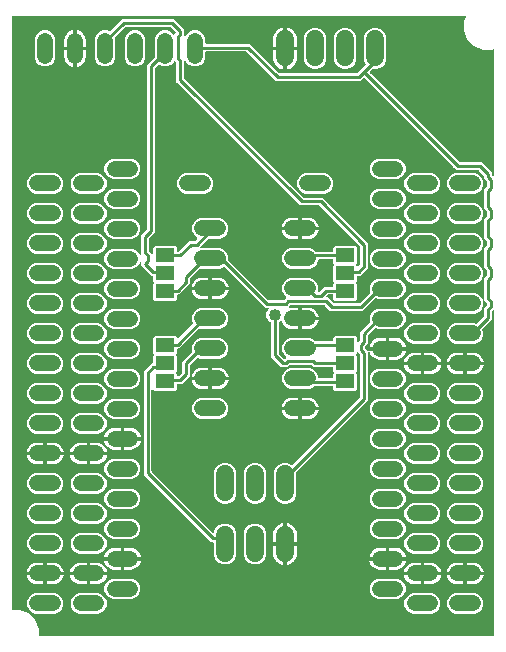
<source format=gbr>
G04 EAGLE Gerber RS-274X export*
G75*
%MOMM*%
%FSLAX34Y34*%
%LPD*%
%INBottom Copper*%
%IPPOS*%
%AMOC8*
5,1,8,0,0,1.08239X$1,22.5*%
G01*
%ADD10C,1.320800*%
%ADD11C,1.524000*%
%ADD12R,1.600200X1.168400*%
%ADD13C,0.254000*%
%ADD14C,1.016000*%

G36*
X582698Y111764D02*
X582698Y111764D01*
X582717Y111762D01*
X582819Y111784D01*
X582921Y111800D01*
X582938Y111810D01*
X582958Y111814D01*
X583047Y111867D01*
X583138Y111916D01*
X583152Y111930D01*
X583169Y111940D01*
X583236Y112019D01*
X583308Y112094D01*
X583316Y112112D01*
X583329Y112127D01*
X583368Y112223D01*
X583411Y112317D01*
X583413Y112337D01*
X583421Y112355D01*
X583439Y112522D01*
X583439Y387193D01*
X583428Y387263D01*
X583426Y387335D01*
X583408Y387384D01*
X583400Y387435D01*
X583366Y387499D01*
X583341Y387566D01*
X583309Y387607D01*
X583284Y387653D01*
X583233Y387702D01*
X583188Y387758D01*
X583144Y387786D01*
X583106Y387822D01*
X583041Y387852D01*
X582981Y387891D01*
X582930Y387904D01*
X582883Y387926D01*
X582812Y387934D01*
X582742Y387951D01*
X582690Y387947D01*
X582639Y387953D01*
X582568Y387938D01*
X582497Y387932D01*
X582449Y387912D01*
X582398Y387901D01*
X582337Y387864D01*
X582271Y387836D01*
X582215Y387791D01*
X582187Y387774D01*
X582172Y387757D01*
X582140Y387731D01*
X581884Y387475D01*
X581831Y387401D01*
X581771Y387332D01*
X581759Y387301D01*
X581740Y387275D01*
X581713Y387188D01*
X581679Y387103D01*
X581675Y387062D01*
X581668Y387040D01*
X581669Y387008D01*
X581661Y386937D01*
X581661Y380394D01*
X573593Y372326D01*
X573525Y372231D01*
X573455Y372138D01*
X573453Y372132D01*
X573450Y372127D01*
X573415Y372015D01*
X573379Y371904D01*
X573379Y371898D01*
X573377Y371892D01*
X573380Y371775D01*
X573381Y371658D01*
X573384Y371651D01*
X573384Y371646D01*
X573390Y371628D01*
X573428Y371497D01*
X574041Y370018D01*
X574041Y366582D01*
X572726Y363408D01*
X570296Y360978D01*
X567122Y359663D01*
X550478Y359663D01*
X547304Y360978D01*
X544874Y363408D01*
X543559Y366582D01*
X543559Y370018D01*
X544874Y373192D01*
X547304Y375622D01*
X550478Y376937D01*
X567122Y376937D01*
X567882Y376622D01*
X567996Y376595D01*
X568110Y376567D01*
X568116Y376567D01*
X568122Y376566D01*
X568238Y376577D01*
X568355Y376586D01*
X568360Y376588D01*
X568367Y376589D01*
X568474Y376637D01*
X568581Y376682D01*
X568587Y376687D01*
X568591Y376689D01*
X568605Y376701D01*
X568712Y376787D01*
X574832Y382907D01*
X574885Y382981D01*
X574945Y383050D01*
X574957Y383081D01*
X574976Y383107D01*
X575003Y383194D01*
X575037Y383279D01*
X575041Y383320D01*
X575048Y383342D01*
X575047Y383374D01*
X575055Y383445D01*
X575055Y389988D01*
X577118Y392051D01*
X577171Y392125D01*
X577231Y392194D01*
X577243Y392225D01*
X577262Y392251D01*
X577289Y392338D01*
X577323Y392423D01*
X577327Y392464D01*
X577334Y392486D01*
X577333Y392518D01*
X577341Y392589D01*
X577341Y393795D01*
X577327Y393885D01*
X577319Y393976D01*
X577307Y394005D01*
X577302Y394037D01*
X577259Y394118D01*
X577223Y394202D01*
X577197Y394234D01*
X577186Y394255D01*
X577163Y394277D01*
X577118Y394333D01*
X575338Y396113D01*
X575265Y396166D01*
X575230Y396199D01*
X575215Y396206D01*
X575181Y396234D01*
X575158Y396243D01*
X575138Y396257D01*
X575044Y396286D01*
X575038Y396288D01*
X575007Y396303D01*
X574997Y396304D01*
X574951Y396321D01*
X574926Y396322D01*
X574903Y396329D01*
X574883Y396329D01*
X574945Y396401D01*
X574955Y396425D01*
X574970Y396446D01*
X575000Y396539D01*
X575037Y396629D01*
X575040Y396661D01*
X575046Y396680D01*
X575046Y396713D01*
X575055Y396796D01*
X575055Y415134D01*
X577118Y417197D01*
X577171Y417271D01*
X577231Y417340D01*
X577243Y417371D01*
X577262Y417397D01*
X577289Y417484D01*
X577323Y417569D01*
X577327Y417610D01*
X577334Y417632D01*
X577333Y417664D01*
X577341Y417735D01*
X577341Y421227D01*
X577327Y421317D01*
X577319Y421408D01*
X577307Y421437D01*
X577302Y421469D01*
X577259Y421550D01*
X577223Y421634D01*
X577197Y421666D01*
X577186Y421687D01*
X577163Y421709D01*
X577118Y421765D01*
X575055Y423828D01*
X575055Y440280D01*
X577118Y442343D01*
X577171Y442417D01*
X577231Y442486D01*
X577243Y442517D01*
X577262Y442543D01*
X577289Y442630D01*
X577323Y442715D01*
X577327Y442756D01*
X577334Y442778D01*
X577333Y442810D01*
X577341Y442881D01*
X577341Y446373D01*
X577327Y446463D01*
X577319Y446554D01*
X577307Y446583D01*
X577302Y446615D01*
X577259Y446696D01*
X577223Y446780D01*
X577197Y446812D01*
X577186Y446833D01*
X577163Y446855D01*
X577118Y446911D01*
X575055Y448974D01*
X575055Y465426D01*
X577118Y467489D01*
X577160Y467548D01*
X577208Y467598D01*
X577216Y467615D01*
X577231Y467632D01*
X577243Y467663D01*
X577262Y467689D01*
X577285Y467763D01*
X577311Y467821D01*
X577313Y467837D01*
X577323Y467861D01*
X577327Y467902D01*
X577334Y467924D01*
X577333Y467956D01*
X577341Y468027D01*
X577341Y471519D01*
X577327Y471609D01*
X577319Y471700D01*
X577307Y471729D01*
X577302Y471761D01*
X577259Y471842D01*
X577223Y471926D01*
X577197Y471958D01*
X577186Y471979D01*
X577163Y472001D01*
X577118Y472057D01*
X575055Y474120D01*
X575055Y490572D01*
X577118Y492635D01*
X577164Y492699D01*
X577183Y492719D01*
X577187Y492727D01*
X577231Y492778D01*
X577243Y492809D01*
X577262Y492835D01*
X577289Y492922D01*
X577323Y493007D01*
X577327Y493048D01*
X577334Y493070D01*
X577333Y493102D01*
X577341Y493173D01*
X577341Y496665D01*
X577327Y496755D01*
X577319Y496846D01*
X577307Y496875D01*
X577302Y496907D01*
X577259Y496988D01*
X577223Y497072D01*
X577197Y497104D01*
X577186Y497125D01*
X577163Y497147D01*
X577118Y497203D01*
X575055Y499266D01*
X575055Y501237D01*
X575041Y501327D01*
X575033Y501418D01*
X575021Y501447D01*
X575016Y501479D01*
X574973Y501560D01*
X574937Y501644D01*
X574911Y501676D01*
X574900Y501697D01*
X574877Y501719D01*
X574832Y501775D01*
X570355Y506252D01*
X570281Y506305D01*
X570212Y506365D01*
X570181Y506377D01*
X570155Y506396D01*
X570068Y506423D01*
X569983Y506457D01*
X569942Y506461D01*
X569920Y506468D01*
X569888Y506467D01*
X569817Y506475D01*
X551844Y506475D01*
X549686Y508633D01*
X473740Y584579D01*
X473724Y584591D01*
X473712Y584606D01*
X473624Y584662D01*
X473541Y584722D01*
X473522Y584728D01*
X473505Y584739D01*
X473404Y584764D01*
X473305Y584795D01*
X473286Y584794D01*
X473266Y584799D01*
X473163Y584791D01*
X473060Y584788D01*
X473041Y584782D01*
X473021Y584780D01*
X472926Y584740D01*
X472829Y584704D01*
X472813Y584692D01*
X472795Y584684D01*
X472664Y584579D01*
X469998Y581913D01*
X398682Y581913D01*
X373759Y606836D01*
X373685Y606889D01*
X373616Y606949D01*
X373585Y606961D01*
X373559Y606980D01*
X373472Y607007D01*
X373387Y607041D01*
X373346Y607045D01*
X373324Y607052D01*
X373292Y607051D01*
X373221Y607059D01*
X339598Y607059D01*
X339578Y607056D01*
X339559Y607058D01*
X339457Y607036D01*
X339355Y607020D01*
X339338Y607010D01*
X339318Y607006D01*
X339229Y606953D01*
X339138Y606904D01*
X339124Y606890D01*
X339107Y606880D01*
X339040Y606801D01*
X338968Y606726D01*
X338960Y606708D01*
X338947Y606693D01*
X338908Y606597D01*
X338865Y606503D01*
X338863Y606483D01*
X338855Y606465D01*
X338837Y606298D01*
X338837Y601278D01*
X337522Y598104D01*
X335092Y595674D01*
X331918Y594359D01*
X328482Y594359D01*
X325308Y595674D01*
X322878Y598104D01*
X322521Y598965D01*
X322470Y599048D01*
X322424Y599134D01*
X322405Y599152D01*
X322392Y599174D01*
X322317Y599236D01*
X322246Y599303D01*
X322222Y599314D01*
X322202Y599331D01*
X322111Y599366D01*
X322023Y599407D01*
X321997Y599410D01*
X321973Y599419D01*
X321875Y599423D01*
X321779Y599434D01*
X321753Y599429D01*
X321727Y599430D01*
X321633Y599403D01*
X321538Y599382D01*
X321516Y599368D01*
X321491Y599361D01*
X321411Y599306D01*
X321327Y599256D01*
X321310Y599236D01*
X321289Y599221D01*
X321230Y599143D01*
X321167Y599069D01*
X321157Y599044D01*
X321142Y599024D01*
X321112Y598931D01*
X321075Y598841D01*
X321072Y598808D01*
X321066Y598790D01*
X321066Y598757D01*
X321057Y598674D01*
X321057Y584613D01*
X321071Y584523D01*
X321079Y584432D01*
X321091Y584403D01*
X321096Y584371D01*
X321139Y584290D01*
X321175Y584206D01*
X321201Y584174D01*
X321212Y584153D01*
X321235Y584131D01*
X321280Y584075D01*
X421769Y483586D01*
X421843Y483533D01*
X421912Y483473D01*
X421943Y483461D01*
X421969Y483442D01*
X422056Y483415D01*
X422141Y483381D01*
X422182Y483377D01*
X422204Y483370D01*
X422236Y483371D01*
X422307Y483363D01*
X437994Y483363D01*
X476505Y444852D01*
X476505Y423828D01*
X469998Y417321D01*
X467995Y417321D01*
X467975Y417318D01*
X467956Y417320D01*
X467854Y417298D01*
X467752Y417282D01*
X467735Y417272D01*
X467715Y417268D01*
X467626Y417215D01*
X467535Y417166D01*
X467521Y417152D01*
X467504Y417142D01*
X467437Y417063D01*
X467365Y416988D01*
X467357Y416970D01*
X467344Y416955D01*
X467305Y416859D01*
X467262Y416765D01*
X467260Y416745D01*
X467252Y416727D01*
X467234Y416560D01*
X467234Y412416D01*
X466836Y412018D01*
X466824Y412002D01*
X466809Y411990D01*
X466753Y411902D01*
X466692Y411819D01*
X466687Y411800D01*
X466676Y411783D01*
X466651Y411682D01*
X466620Y411583D01*
X466621Y411564D01*
X466616Y411544D01*
X466624Y411441D01*
X466626Y411338D01*
X466633Y411319D01*
X466635Y411299D01*
X466675Y411204D01*
X466711Y411107D01*
X466723Y411091D01*
X466731Y411073D01*
X466836Y410942D01*
X467234Y410544D01*
X467234Y397176D01*
X466043Y395985D01*
X448357Y395985D01*
X447166Y397176D01*
X447166Y400558D01*
X447163Y400578D01*
X447165Y400597D01*
X447143Y400699D01*
X447127Y400801D01*
X447117Y400818D01*
X447113Y400838D01*
X447060Y400927D01*
X447011Y401018D01*
X446997Y401032D01*
X446987Y401049D01*
X446908Y401116D01*
X446833Y401188D01*
X446815Y401196D01*
X446800Y401209D01*
X446704Y401248D01*
X446610Y401291D01*
X446590Y401293D01*
X446572Y401301D01*
X446405Y401319D01*
X442881Y401319D01*
X442791Y401305D01*
X442700Y401297D01*
X442670Y401285D01*
X442639Y401280D01*
X442558Y401237D01*
X442474Y401201D01*
X442442Y401175D01*
X442421Y401164D01*
X442399Y401141D01*
X442343Y401096D01*
X441327Y400080D01*
X441285Y400022D01*
X441236Y399970D01*
X441214Y399923D01*
X441183Y399881D01*
X441162Y399812D01*
X441132Y399747D01*
X441126Y399695D01*
X441111Y399645D01*
X441113Y399574D01*
X441105Y399503D01*
X441116Y399452D01*
X441117Y399400D01*
X441142Y399332D01*
X441157Y399262D01*
X441184Y399217D01*
X441202Y399169D01*
X441247Y399113D01*
X441284Y399051D01*
X441323Y399017D01*
X441356Y398977D01*
X441416Y398938D01*
X441470Y398891D01*
X441519Y398872D01*
X441563Y398844D01*
X441632Y398826D01*
X441699Y398799D01*
X441770Y398791D01*
X441801Y398783D01*
X441824Y398785D01*
X441865Y398781D01*
X442566Y398781D01*
X446915Y394432D01*
X446989Y394379D01*
X447058Y394319D01*
X447089Y394307D01*
X447115Y394288D01*
X447202Y394261D01*
X447287Y394227D01*
X447328Y394223D01*
X447350Y394216D01*
X447382Y394217D01*
X447453Y394209D01*
X469233Y394209D01*
X469323Y394223D01*
X469414Y394231D01*
X469443Y394243D01*
X469475Y394248D01*
X469556Y394291D01*
X469640Y394327D01*
X469672Y394353D01*
X469693Y394364D01*
X469715Y394387D01*
X469771Y394432D01*
X478216Y402876D01*
X478283Y402970D01*
X478354Y403065D01*
X478356Y403071D01*
X478359Y403076D01*
X478393Y403187D01*
X478430Y403299D01*
X478430Y403305D01*
X478432Y403311D01*
X478429Y403428D01*
X478427Y403545D01*
X478425Y403552D01*
X478425Y403557D01*
X478419Y403575D01*
X478381Y403706D01*
X478059Y404482D01*
X478059Y407918D01*
X479374Y411092D01*
X481804Y413522D01*
X484978Y414837D01*
X501622Y414837D01*
X504796Y413522D01*
X507226Y411092D01*
X508541Y407918D01*
X508541Y404482D01*
X507226Y401308D01*
X504796Y398878D01*
X501622Y397563D01*
X484978Y397563D01*
X483515Y398169D01*
X483401Y398196D01*
X483288Y398225D01*
X483281Y398224D01*
X483275Y398226D01*
X483159Y398215D01*
X483042Y398205D01*
X483037Y398203D01*
X483030Y398202D01*
X482923Y398155D01*
X482816Y398109D01*
X482810Y398105D01*
X482806Y398102D01*
X482792Y398090D01*
X482685Y398004D01*
X472284Y387603D01*
X444402Y387603D01*
X440053Y391952D01*
X439979Y392005D01*
X439910Y392065D01*
X439879Y392077D01*
X439853Y392096D01*
X439766Y392123D01*
X439681Y392157D01*
X439640Y392161D01*
X439618Y392168D01*
X439586Y392167D01*
X439515Y392175D01*
X410877Y392175D01*
X410787Y392161D01*
X410696Y392153D01*
X410667Y392141D01*
X410635Y392136D01*
X410554Y392093D01*
X410470Y392057D01*
X410438Y392031D01*
X410417Y392020D01*
X410395Y391997D01*
X410339Y391952D01*
X409545Y391158D01*
X409532Y391140D01*
X409514Y391125D01*
X409460Y391040D01*
X409402Y390959D01*
X409395Y390937D01*
X409383Y390917D01*
X409359Y390820D01*
X409329Y390724D01*
X409330Y390701D01*
X409324Y390678D01*
X409333Y390578D01*
X409336Y390478D01*
X409344Y390456D01*
X409346Y390433D01*
X409386Y390341D01*
X409420Y390247D01*
X409435Y390229D01*
X409444Y390208D01*
X409511Y390133D01*
X409574Y390055D01*
X409593Y390042D01*
X409609Y390025D01*
X409696Y389976D01*
X409781Y389922D01*
X409803Y389916D01*
X409823Y389905D01*
X409922Y389886D01*
X410019Y389862D01*
X410042Y389863D01*
X410065Y389859D01*
X410232Y389874D01*
X411595Y390145D01*
X417577Y390145D01*
X417577Y381762D01*
X417580Y381742D01*
X417578Y381723D01*
X417600Y381621D01*
X417617Y381519D01*
X417626Y381502D01*
X417630Y381482D01*
X417683Y381393D01*
X417732Y381302D01*
X417746Y381288D01*
X417756Y381271D01*
X417835Y381204D01*
X417910Y381133D01*
X417928Y381124D01*
X417943Y381111D01*
X418039Y381073D01*
X418133Y381029D01*
X418153Y381027D01*
X418171Y381019D01*
X418338Y381001D01*
X419101Y381001D01*
X419101Y380999D01*
X418338Y380999D01*
X418318Y380996D01*
X418299Y380998D01*
X418197Y380976D01*
X418095Y380959D01*
X418078Y380950D01*
X418058Y380946D01*
X417969Y380893D01*
X417878Y380844D01*
X417864Y380830D01*
X417847Y380820D01*
X417780Y380741D01*
X417709Y380666D01*
X417700Y380648D01*
X417687Y380633D01*
X417648Y380537D01*
X417605Y380443D01*
X417603Y380423D01*
X417595Y380405D01*
X417577Y380238D01*
X417577Y371855D01*
X411595Y371855D01*
X409829Y372207D01*
X408164Y372896D01*
X406666Y373897D01*
X405393Y375170D01*
X404392Y376668D01*
X403674Y378402D01*
X403653Y378436D01*
X403633Y378491D01*
X403631Y378493D01*
X403630Y378496D01*
X403570Y378570D01*
X403544Y378611D01*
X403522Y378629D01*
X403479Y378683D01*
X403477Y378685D01*
X403475Y378687D01*
X403380Y378747D01*
X403355Y378768D01*
X403337Y378775D01*
X403272Y378816D01*
X403269Y378817D01*
X403267Y378818D01*
X403152Y378847D01*
X403146Y378848D01*
X403125Y378856D01*
X403112Y378856D01*
X403033Y378876D01*
X403031Y378876D01*
X403028Y378877D01*
X402908Y378867D01*
X402896Y378866D01*
X402880Y378866D01*
X402870Y378864D01*
X402788Y378857D01*
X402786Y378856D01*
X402783Y378856D01*
X402672Y378808D01*
X402660Y378803D01*
X402643Y378798D01*
X402635Y378792D01*
X402562Y378761D01*
X402559Y378759D01*
X402558Y378758D01*
X402551Y378752D01*
X402431Y378656D01*
X401793Y378018D01*
X401537Y377912D01*
X401438Y377851D01*
X401337Y377790D01*
X401333Y377786D01*
X401328Y377782D01*
X401254Y377693D01*
X401177Y377604D01*
X401175Y377598D01*
X401171Y377593D01*
X401129Y377485D01*
X401085Y377375D01*
X401084Y377368D01*
X401083Y377363D01*
X401082Y377345D01*
X401067Y377209D01*
X401067Y351441D01*
X401081Y351351D01*
X401089Y351260D01*
X401101Y351231D01*
X401106Y351199D01*
X401149Y351118D01*
X401185Y351034D01*
X401211Y351002D01*
X401222Y350981D01*
X401245Y350959D01*
X401290Y350903D01*
X405227Y346966D01*
X405243Y346954D01*
X405255Y346939D01*
X405343Y346883D01*
X405426Y346823D01*
X405445Y346817D01*
X405462Y346806D01*
X405563Y346781D01*
X405662Y346750D01*
X405681Y346751D01*
X405701Y346746D01*
X405804Y346754D01*
X405907Y346757D01*
X405926Y346763D01*
X405946Y346765D01*
X406041Y346805D01*
X406138Y346841D01*
X406154Y346853D01*
X406172Y346861D01*
X406303Y346966D01*
X407071Y347734D01*
X407083Y347750D01*
X407098Y347763D01*
X407154Y347850D01*
X407215Y347934D01*
X407221Y347953D01*
X407231Y347970D01*
X407257Y348070D01*
X407287Y348169D01*
X407287Y348189D01*
X407291Y348208D01*
X407283Y348311D01*
X407281Y348415D01*
X407274Y348434D01*
X407272Y348453D01*
X407232Y348548D01*
X407196Y348646D01*
X407184Y348661D01*
X407176Y348680D01*
X407071Y348811D01*
X405174Y350708D01*
X403859Y353882D01*
X403859Y357318D01*
X405174Y360492D01*
X407604Y362922D01*
X410778Y364237D01*
X427422Y364237D01*
X430596Y362922D01*
X431090Y362428D01*
X431165Y362374D01*
X431234Y362315D01*
X431264Y362303D01*
X431290Y362284D01*
X431377Y362257D01*
X431462Y362223D01*
X431503Y362219D01*
X431525Y362212D01*
X431557Y362213D01*
X431629Y362205D01*
X446405Y362205D01*
X446425Y362208D01*
X446444Y362206D01*
X446546Y362228D01*
X446648Y362244D01*
X446665Y362254D01*
X446685Y362258D01*
X446774Y362311D01*
X446865Y362360D01*
X446879Y362374D01*
X446896Y362384D01*
X446963Y362463D01*
X447035Y362538D01*
X447043Y362556D01*
X447056Y362571D01*
X447095Y362667D01*
X447138Y362761D01*
X447140Y362781D01*
X447148Y362799D01*
X447166Y362966D01*
X447166Y364824D01*
X448357Y366015D01*
X466043Y366015D01*
X467234Y364824D01*
X467234Y361728D01*
X467245Y361658D01*
X467247Y361586D01*
X467265Y361537D01*
X467273Y361486D01*
X467307Y361422D01*
X467332Y361355D01*
X467364Y361314D01*
X467389Y361268D01*
X467441Y361219D01*
X467485Y361163D01*
X467529Y361135D01*
X467567Y361099D01*
X467632Y361069D01*
X467692Y361030D01*
X467743Y361017D01*
X467790Y360995D01*
X467861Y360987D01*
X467931Y360970D01*
X467983Y360974D01*
X468034Y360968D01*
X468105Y360983D01*
X468176Y360989D01*
X468224Y361009D01*
X468275Y361020D01*
X468336Y361057D01*
X468402Y361085D01*
X468458Y361130D01*
X468486Y361147D01*
X468501Y361164D01*
X468533Y361190D01*
X469676Y362333D01*
X469729Y362407D01*
X469789Y362476D01*
X469801Y362507D01*
X469820Y362533D01*
X469847Y362620D01*
X469881Y362705D01*
X469885Y362746D01*
X469892Y362768D01*
X469891Y362800D01*
X469899Y362871D01*
X469899Y369414D01*
X478141Y377656D01*
X478200Y377737D01*
X478231Y377770D01*
X478243Y377796D01*
X478279Y377845D01*
X478281Y377851D01*
X478285Y377856D01*
X478313Y377946D01*
X478335Y377993D01*
X478338Y378025D01*
X478355Y378079D01*
X478355Y378085D01*
X478357Y378091D01*
X478355Y378178D01*
X478362Y378238D01*
X478354Y378275D01*
X478353Y378325D01*
X478351Y378332D01*
X478351Y378337D01*
X478344Y378354D01*
X478312Y378466D01*
X478309Y378478D01*
X478308Y378481D01*
X478306Y378486D01*
X478059Y379082D01*
X478059Y382518D01*
X479374Y385692D01*
X481804Y388122D01*
X484978Y389437D01*
X501622Y389437D01*
X504796Y388122D01*
X507226Y385692D01*
X508541Y382518D01*
X508541Y379082D01*
X507226Y375908D01*
X504796Y373478D01*
X501622Y372163D01*
X484978Y372163D01*
X483335Y372844D01*
X483222Y372870D01*
X483108Y372899D01*
X483102Y372899D01*
X483096Y372900D01*
X482979Y372889D01*
X482863Y372880D01*
X482857Y372877D01*
X482851Y372877D01*
X482743Y372829D01*
X482636Y372784D01*
X482631Y372779D01*
X482626Y372777D01*
X482612Y372764D01*
X482506Y372679D01*
X476728Y366901D01*
X476675Y366827D01*
X476615Y366758D01*
X476603Y366727D01*
X476584Y366701D01*
X476557Y366614D01*
X476523Y366529D01*
X476519Y366488D01*
X476512Y366466D01*
X476513Y366434D01*
X476505Y366363D01*
X476505Y359820D01*
X474442Y357757D01*
X474389Y357683D01*
X474329Y357614D01*
X474317Y357583D01*
X474298Y357557D01*
X474271Y357470D01*
X474237Y357385D01*
X474233Y357344D01*
X474226Y357322D01*
X474227Y357290D01*
X474219Y357219D01*
X474219Y356013D01*
X474233Y355923D01*
X474241Y355832D01*
X474253Y355803D01*
X474258Y355771D01*
X474301Y355690D01*
X474337Y355606D01*
X474363Y355574D01*
X474374Y355553D01*
X474397Y355531D01*
X474442Y355475D01*
X476307Y353610D01*
X476325Y353597D01*
X476340Y353579D01*
X476425Y353525D01*
X476506Y353467D01*
X476528Y353460D01*
X476548Y353447D01*
X476646Y353424D01*
X476741Y353394D01*
X476765Y353395D01*
X476787Y353389D01*
X476887Y353398D01*
X476987Y353401D01*
X477009Y353409D01*
X477032Y353410D01*
X477124Y353451D01*
X477218Y353485D01*
X477236Y353499D01*
X477258Y353509D01*
X477332Y353576D01*
X477410Y353639D01*
X477423Y353658D01*
X477440Y353674D01*
X477489Y353761D01*
X477543Y353846D01*
X477549Y353868D01*
X477554Y353877D01*
X491777Y353877D01*
X491777Y346255D01*
X485795Y346255D01*
X484029Y346607D01*
X482364Y347296D01*
X480866Y348297D01*
X479593Y349570D01*
X478592Y351068D01*
X477969Y352572D01*
X477918Y352655D01*
X477872Y352741D01*
X477853Y352759D01*
X477840Y352781D01*
X477765Y352843D01*
X477694Y352910D01*
X477670Y352921D01*
X477650Y352938D01*
X477559Y352973D01*
X477471Y353014D01*
X477445Y353017D01*
X477421Y353026D01*
X477323Y353030D01*
X477227Y353041D01*
X477201Y353035D01*
X477175Y353036D01*
X477081Y353009D01*
X476986Y352989D01*
X476964Y352975D01*
X476939Y352968D01*
X476859Y352912D01*
X476775Y352862D01*
X476758Y352842D01*
X476737Y352828D01*
X476678Y352749D01*
X476615Y352675D01*
X476605Y352651D01*
X476590Y352630D01*
X476560Y352538D01*
X476523Y352447D01*
X476520Y352415D01*
X476514Y352396D01*
X476514Y352363D01*
X476505Y352281D01*
X476505Y311814D01*
X474347Y309656D01*
X416260Y251569D01*
X416212Y251502D01*
X416207Y251498D01*
X416205Y251493D01*
X416192Y251474D01*
X416121Y251380D01*
X416119Y251374D01*
X416116Y251369D01*
X416081Y251257D01*
X416045Y251146D01*
X416045Y251140D01*
X416044Y251134D01*
X416047Y251016D01*
X416048Y250900D01*
X416050Y250893D01*
X416050Y250888D01*
X416053Y250881D01*
X416053Y231760D01*
X414583Y228212D01*
X411868Y225497D01*
X408320Y224027D01*
X404480Y224027D01*
X400932Y225497D01*
X398217Y228212D01*
X396747Y231760D01*
X396747Y250840D01*
X398217Y254388D01*
X400932Y257103D01*
X404480Y258573D01*
X408320Y258573D01*
X411811Y257127D01*
X411925Y257100D01*
X412038Y257071D01*
X412045Y257072D01*
X412051Y257070D01*
X412167Y257081D01*
X412284Y257090D01*
X412289Y257093D01*
X412296Y257094D01*
X412403Y257141D01*
X412510Y257187D01*
X412516Y257191D01*
X412520Y257194D01*
X412534Y257206D01*
X412641Y257292D01*
X469676Y314327D01*
X469729Y314401D01*
X469789Y314470D01*
X469801Y314501D01*
X469820Y314527D01*
X469847Y314614D01*
X469881Y314699D01*
X469885Y314740D01*
X469892Y314762D01*
X469891Y314794D01*
X469899Y314865D01*
X469899Y350361D01*
X469885Y350451D01*
X469877Y350542D01*
X469865Y350572D01*
X469860Y350603D01*
X469817Y350684D01*
X469781Y350768D01*
X469755Y350800D01*
X469744Y350821D01*
X469721Y350843D01*
X469676Y350899D01*
X468533Y352042D01*
X468475Y352084D01*
X468423Y352133D01*
X468376Y352155D01*
X468334Y352186D01*
X468265Y352207D01*
X468200Y352237D01*
X468148Y352243D01*
X468098Y352258D01*
X468027Y352256D01*
X467956Y352264D01*
X467905Y352253D01*
X467853Y352252D01*
X467785Y352227D01*
X467715Y352212D01*
X467670Y352185D01*
X467622Y352167D01*
X467566Y352122D01*
X467504Y352085D01*
X467470Y352046D01*
X467430Y352013D01*
X467391Y351953D01*
X467344Y351899D01*
X467325Y351850D01*
X467297Y351806D01*
X467279Y351737D01*
X467252Y351670D01*
X467244Y351599D01*
X467236Y351568D01*
X467238Y351545D01*
X467234Y351504D01*
X467234Y351456D01*
X466836Y351058D01*
X466824Y351042D01*
X466809Y351030D01*
X466753Y350942D01*
X466692Y350859D01*
X466687Y350840D01*
X466676Y350823D01*
X466651Y350722D01*
X466620Y350623D01*
X466621Y350604D01*
X466616Y350584D01*
X466624Y350481D01*
X466626Y350378D01*
X466633Y350359D01*
X466635Y350339D01*
X466675Y350244D01*
X466711Y350147D01*
X466723Y350131D01*
X466731Y350113D01*
X466836Y349982D01*
X467234Y349584D01*
X467234Y336216D01*
X466836Y335818D01*
X466824Y335802D01*
X466809Y335790D01*
X466753Y335702D01*
X466692Y335619D01*
X466687Y335600D01*
X466676Y335583D01*
X466651Y335482D01*
X466620Y335383D01*
X466621Y335364D01*
X466616Y335344D01*
X466624Y335241D01*
X466626Y335138D01*
X466633Y335119D01*
X466635Y335099D01*
X466675Y335004D01*
X466711Y334907D01*
X466723Y334891D01*
X466731Y334873D01*
X466836Y334742D01*
X467234Y334344D01*
X467234Y320976D01*
X466043Y319785D01*
X448357Y319785D01*
X447166Y320976D01*
X447166Y322834D01*
X447163Y322854D01*
X447165Y322873D01*
X447143Y322975D01*
X447127Y323077D01*
X447117Y323094D01*
X447113Y323114D01*
X447060Y323203D01*
X447011Y323294D01*
X446997Y323308D01*
X446987Y323325D01*
X446908Y323392D01*
X446833Y323464D01*
X446815Y323472D01*
X446800Y323485D01*
X446704Y323524D01*
X446610Y323567D01*
X446590Y323569D01*
X446572Y323577D01*
X446405Y323595D01*
X431629Y323595D01*
X431539Y323581D01*
X431448Y323573D01*
X431418Y323561D01*
X431386Y323556D01*
X431305Y323513D01*
X431221Y323477D01*
X431189Y323451D01*
X431169Y323440D01*
X431146Y323417D01*
X431091Y323372D01*
X430596Y322878D01*
X427422Y321563D01*
X410778Y321563D01*
X407604Y322878D01*
X405174Y325308D01*
X403859Y328482D01*
X403859Y331918D01*
X405174Y335092D01*
X407604Y337522D01*
X410778Y338837D01*
X427422Y338837D01*
X430596Y337522D01*
X433026Y335092D01*
X434341Y331918D01*
X434341Y330962D01*
X434344Y330942D01*
X434342Y330923D01*
X434364Y330821D01*
X434380Y330719D01*
X434390Y330702D01*
X434394Y330682D01*
X434447Y330593D01*
X434496Y330502D01*
X434510Y330488D01*
X434520Y330471D01*
X434599Y330404D01*
X434674Y330332D01*
X434692Y330324D01*
X434707Y330311D01*
X434803Y330272D01*
X434897Y330229D01*
X434917Y330227D01*
X434935Y330219D01*
X435102Y330201D01*
X446405Y330201D01*
X446425Y330204D01*
X446444Y330202D01*
X446546Y330224D01*
X446648Y330240D01*
X446665Y330250D01*
X446685Y330254D01*
X446774Y330307D01*
X446865Y330356D01*
X446879Y330370D01*
X446896Y330380D01*
X446963Y330459D01*
X447035Y330534D01*
X447043Y330552D01*
X447056Y330567D01*
X447095Y330663D01*
X447138Y330757D01*
X447140Y330777D01*
X447148Y330795D01*
X447166Y330962D01*
X447166Y334344D01*
X447564Y334742D01*
X447576Y334758D01*
X447591Y334770D01*
X447647Y334857D01*
X447708Y334941D01*
X447713Y334960D01*
X447724Y334977D01*
X447749Y335078D01*
X447780Y335177D01*
X447779Y335196D01*
X447784Y335216D01*
X447776Y335319D01*
X447774Y335422D01*
X447767Y335441D01*
X447765Y335461D01*
X447725Y335556D01*
X447689Y335653D01*
X447677Y335669D01*
X447669Y335687D01*
X447564Y335818D01*
X447166Y336216D01*
X447166Y338836D01*
X447163Y338856D01*
X447165Y338875D01*
X447143Y338977D01*
X447127Y339079D01*
X447117Y339096D01*
X447113Y339116D01*
X447060Y339205D01*
X447011Y339296D01*
X446997Y339310D01*
X446987Y339327D01*
X446908Y339394D01*
X446833Y339466D01*
X446815Y339474D01*
X446800Y339487D01*
X446704Y339526D01*
X446610Y339569D01*
X446590Y339571D01*
X446572Y339579D01*
X446405Y339597D01*
X430686Y339597D01*
X428623Y341660D01*
X428549Y341713D01*
X428480Y341773D01*
X428449Y341785D01*
X428423Y341804D01*
X428336Y341831D01*
X428251Y341865D01*
X428210Y341869D01*
X428188Y341876D01*
X428156Y341875D01*
X428085Y341883D01*
X410877Y341883D01*
X410787Y341869D01*
X410696Y341861D01*
X410667Y341849D01*
X410635Y341844D01*
X410554Y341801D01*
X410470Y341765D01*
X410438Y341739D01*
X410417Y341728D01*
X410395Y341705D01*
X410339Y341660D01*
X408276Y339597D01*
X403254Y339597D01*
X394461Y348390D01*
X394461Y377209D01*
X394443Y377323D01*
X394425Y377440D01*
X394423Y377445D01*
X394422Y377451D01*
X394367Y377554D01*
X394314Y377659D01*
X394309Y377663D01*
X394306Y377669D01*
X394222Y377749D01*
X394138Y377831D01*
X394132Y377835D01*
X394128Y377838D01*
X394111Y377846D01*
X393991Y377912D01*
X393735Y378018D01*
X391734Y380019D01*
X390651Y382633D01*
X390651Y385463D01*
X391734Y388077D01*
X392247Y388590D01*
X392289Y388648D01*
X392338Y388700D01*
X392360Y388747D01*
X392390Y388789D01*
X392411Y388858D01*
X392442Y388923D01*
X392447Y388975D01*
X392463Y389025D01*
X392461Y389096D01*
X392469Y389167D01*
X392458Y389218D01*
X392456Y389270D01*
X392432Y389338D01*
X392417Y389408D01*
X392390Y389453D01*
X392372Y389501D01*
X392327Y389557D01*
X392290Y389619D01*
X392251Y389653D01*
X392218Y389693D01*
X392158Y389732D01*
X392103Y389779D01*
X392055Y389798D01*
X392011Y389826D01*
X391942Y389844D01*
X391875Y389871D01*
X391804Y389879D01*
X391773Y389887D01*
X391749Y389885D01*
X391709Y389889D01*
X389538Y389889D01*
X355147Y424280D01*
X355053Y424348D01*
X354958Y424418D01*
X354952Y424420D01*
X354947Y424424D01*
X354836Y424458D01*
X354724Y424494D01*
X354718Y424494D01*
X354712Y424496D01*
X354595Y424493D01*
X354478Y424492D01*
X354471Y424490D01*
X354466Y424490D01*
X354449Y424483D01*
X354317Y424445D01*
X351222Y423163D01*
X334427Y423163D01*
X334350Y423151D01*
X334243Y423142D01*
X334239Y423141D01*
X334234Y423140D01*
X334204Y423127D01*
X334184Y423124D01*
X334122Y423091D01*
X334017Y423046D01*
X334013Y423043D01*
X334009Y423041D01*
X333998Y423031D01*
X333977Y423014D01*
X333966Y423008D01*
X333955Y422997D01*
X333886Y422941D01*
X325852Y414907D01*
X325799Y414833D01*
X325739Y414764D01*
X325727Y414733D01*
X325708Y414707D01*
X325681Y414620D01*
X325647Y414535D01*
X325643Y414494D01*
X325636Y414472D01*
X325637Y414440D01*
X325629Y414369D01*
X325629Y410112D01*
X316836Y401319D01*
X315595Y401319D01*
X315575Y401316D01*
X315556Y401318D01*
X315454Y401296D01*
X315352Y401280D01*
X315335Y401270D01*
X315315Y401266D01*
X315226Y401213D01*
X315135Y401164D01*
X315121Y401150D01*
X315104Y401140D01*
X315037Y401061D01*
X314965Y400986D01*
X314957Y400968D01*
X314944Y400953D01*
X314905Y400857D01*
X314862Y400763D01*
X314860Y400743D01*
X314852Y400725D01*
X314834Y400558D01*
X314834Y397176D01*
X313643Y395985D01*
X295957Y395985D01*
X294766Y397176D01*
X294766Y410544D01*
X295164Y410942D01*
X295176Y410958D01*
X295191Y410970D01*
X295247Y411057D01*
X295308Y411141D01*
X295313Y411160D01*
X295324Y411177D01*
X295349Y411278D01*
X295380Y411377D01*
X295379Y411396D01*
X295384Y411416D01*
X295376Y411519D01*
X295374Y411622D01*
X295367Y411641D01*
X295365Y411661D01*
X295325Y411756D01*
X295289Y411853D01*
X295277Y411869D01*
X295269Y411887D01*
X295164Y412018D01*
X294766Y412416D01*
X294766Y416560D01*
X294763Y416580D01*
X294765Y416599D01*
X294743Y416701D01*
X294727Y416803D01*
X294717Y416820D01*
X294713Y416840D01*
X294660Y416929D01*
X294611Y417020D01*
X294597Y417034D01*
X294587Y417051D01*
X294508Y417118D01*
X294433Y417190D01*
X294415Y417198D01*
X294400Y417211D01*
X294304Y417250D01*
X294210Y417293D01*
X294190Y417295D01*
X294172Y417303D01*
X294005Y417321D01*
X293526Y417321D01*
X284733Y426114D01*
X284733Y427968D01*
X284718Y428064D01*
X284708Y428161D01*
X284698Y428185D01*
X284694Y428211D01*
X284648Y428297D01*
X284608Y428386D01*
X284591Y428405D01*
X284578Y428428D01*
X284508Y428496D01*
X284442Y428567D01*
X284419Y428580D01*
X284400Y428598D01*
X284312Y428639D01*
X284226Y428686D01*
X284201Y428690D01*
X284177Y428701D01*
X284080Y428712D01*
X283984Y428730D01*
X283958Y428726D01*
X283933Y428729D01*
X283837Y428708D01*
X283741Y428694D01*
X283718Y428682D01*
X283692Y428676D01*
X283609Y428626D01*
X283522Y428582D01*
X283503Y428564D01*
X283481Y428550D01*
X283418Y428476D01*
X283350Y428407D01*
X283334Y428378D01*
X283321Y428363D01*
X283309Y428333D01*
X283269Y428260D01*
X282626Y426708D01*
X280196Y424278D01*
X277022Y422963D01*
X260378Y422963D01*
X257204Y424278D01*
X254774Y426708D01*
X253459Y429882D01*
X253459Y433318D01*
X254774Y436492D01*
X257204Y438922D01*
X260378Y440237D01*
X277022Y440237D01*
X280196Y438922D01*
X282626Y436492D01*
X283269Y434940D01*
X283320Y434857D01*
X283366Y434772D01*
X283384Y434754D01*
X283398Y434731D01*
X283474Y434669D01*
X283544Y434602D01*
X283568Y434591D01*
X283588Y434574D01*
X283679Y434540D01*
X283767Y434499D01*
X283793Y434496D01*
X283817Y434486D01*
X283915Y434482D01*
X284011Y434471D01*
X284037Y434477D01*
X284063Y434476D01*
X284157Y434503D01*
X284252Y434524D01*
X284274Y434537D01*
X284299Y434544D01*
X284379Y434600D01*
X284463Y434650D01*
X284480Y434670D01*
X284501Y434685D01*
X284560Y434763D01*
X284623Y434837D01*
X284633Y434861D01*
X284648Y434882D01*
X284678Y434975D01*
X284715Y435065D01*
X284718Y435097D01*
X284724Y435116D01*
X284724Y435149D01*
X284733Y435232D01*
X284733Y451710D01*
X289082Y456059D01*
X289135Y456133D01*
X289195Y456202D01*
X289207Y456233D01*
X289226Y456259D01*
X289253Y456346D01*
X289263Y456371D01*
X289277Y456402D01*
X289278Y456408D01*
X289287Y456431D01*
X289291Y456472D01*
X289298Y456494D01*
X289297Y456526D01*
X289305Y456597D01*
X289305Y595728D01*
X295940Y602363D01*
X295993Y602437D01*
X296053Y602506D01*
X296065Y602537D01*
X296084Y602563D01*
X296111Y602650D01*
X296145Y602735D01*
X296149Y602776D01*
X296156Y602798D01*
X296155Y602830D01*
X296163Y602901D01*
X296163Y617922D01*
X297478Y621096D01*
X299908Y623526D01*
X303082Y624841D01*
X306518Y624841D01*
X309692Y623526D01*
X311716Y621502D01*
X311733Y621490D01*
X311745Y621475D01*
X311832Y621418D01*
X311916Y621358D01*
X311935Y621352D01*
X311952Y621342D01*
X312053Y621316D01*
X312151Y621286D01*
X312171Y621286D01*
X312191Y621282D01*
X312293Y621290D01*
X312397Y621292D01*
X312416Y621299D01*
X312436Y621301D01*
X312530Y621341D01*
X312628Y621377D01*
X312644Y621389D01*
X312662Y621397D01*
X312793Y621502D01*
X313688Y622397D01*
X313700Y622413D01*
X313715Y622425D01*
X313771Y622513D01*
X313831Y622596D01*
X313837Y622615D01*
X313848Y622632D01*
X313873Y622733D01*
X313904Y622832D01*
X313903Y622851D01*
X313908Y622871D01*
X313900Y622974D01*
X313897Y623077D01*
X313891Y623096D01*
X313889Y623116D01*
X313849Y623211D01*
X313813Y623308D01*
X313801Y623324D01*
X313793Y623342D01*
X313688Y623473D01*
X309751Y627410D01*
X309677Y627463D01*
X309608Y627523D01*
X309577Y627535D01*
X309551Y627554D01*
X309464Y627581D01*
X309379Y627615D01*
X309338Y627619D01*
X309316Y627626D01*
X309284Y627625D01*
X309213Y627633D01*
X271431Y627633D01*
X271341Y627619D01*
X271250Y627611D01*
X271221Y627599D01*
X271189Y627594D01*
X271108Y627551D01*
X271024Y627515D01*
X270992Y627489D01*
X270971Y627478D01*
X270949Y627455D01*
X270893Y627410D01*
X262636Y619153D01*
X262567Y619057D01*
X262498Y618964D01*
X262496Y618958D01*
X262492Y618953D01*
X262458Y618841D01*
X262421Y618730D01*
X262421Y618724D01*
X262420Y618718D01*
X262423Y618601D01*
X262424Y618484D01*
X262426Y618477D01*
X262426Y618472D01*
X262432Y618455D01*
X262471Y618323D01*
X262637Y617922D01*
X262637Y601278D01*
X261322Y598104D01*
X258892Y595674D01*
X255718Y594359D01*
X252282Y594359D01*
X249108Y595674D01*
X246678Y598104D01*
X245363Y601278D01*
X245363Y617922D01*
X246678Y621096D01*
X249108Y623526D01*
X252282Y624841D01*
X255718Y624841D01*
X257556Y624079D01*
X257670Y624053D01*
X257783Y624024D01*
X257789Y624025D01*
X257796Y624023D01*
X257912Y624034D01*
X258028Y624043D01*
X258034Y624046D01*
X258040Y624046D01*
X258148Y624094D01*
X258255Y624140D01*
X258261Y624144D01*
X258265Y624146D01*
X258279Y624159D01*
X258386Y624244D01*
X268380Y634239D01*
X312264Y634239D01*
X321057Y625446D01*
X321057Y620526D01*
X321072Y620430D01*
X321082Y620333D01*
X321092Y620309D01*
X321096Y620283D01*
X321142Y620197D01*
X321182Y620108D01*
X321199Y620089D01*
X321212Y620066D01*
X321282Y619999D01*
X321348Y619927D01*
X321371Y619915D01*
X321390Y619897D01*
X321478Y619856D01*
X321564Y619809D01*
X321589Y619804D01*
X321613Y619793D01*
X321710Y619782D01*
X321806Y619765D01*
X321832Y619769D01*
X321857Y619766D01*
X321953Y619787D01*
X322049Y619801D01*
X322072Y619813D01*
X322098Y619818D01*
X322182Y619868D01*
X322268Y619912D01*
X322286Y619931D01*
X322309Y619944D01*
X322372Y620018D01*
X322440Y620088D01*
X322456Y620116D01*
X322469Y620131D01*
X322481Y620162D01*
X322521Y620235D01*
X322878Y621096D01*
X325308Y623526D01*
X328482Y624841D01*
X331918Y624841D01*
X335092Y623526D01*
X337522Y621096D01*
X338837Y617922D01*
X338837Y614426D01*
X338840Y614406D01*
X338838Y614387D01*
X338860Y614285D01*
X338876Y614183D01*
X338886Y614166D01*
X338890Y614146D01*
X338943Y614057D01*
X338992Y613966D01*
X339006Y613952D01*
X339016Y613935D01*
X339095Y613868D01*
X339170Y613796D01*
X339188Y613788D01*
X339203Y613775D01*
X339299Y613736D01*
X339393Y613693D01*
X339413Y613691D01*
X339431Y613683D01*
X339598Y613665D01*
X376272Y613665D01*
X401195Y588742D01*
X401269Y588689D01*
X401338Y588629D01*
X401369Y588617D01*
X401395Y588598D01*
X401482Y588571D01*
X401567Y588537D01*
X401608Y588533D01*
X401630Y588526D01*
X401662Y588527D01*
X401733Y588519D01*
X466947Y588519D01*
X467037Y588533D01*
X467128Y588541D01*
X467157Y588553D01*
X467189Y588558D01*
X467270Y588601D01*
X467354Y588637D01*
X467386Y588663D01*
X467407Y588674D01*
X467429Y588697D01*
X467485Y588742D01*
X474303Y595560D01*
X474370Y595654D01*
X474441Y595748D01*
X474443Y595754D01*
X474446Y595759D01*
X474480Y595870D01*
X474517Y595982D01*
X474517Y595988D01*
X474519Y595994D01*
X474516Y596111D01*
X474515Y596228D01*
X474512Y596235D01*
X474512Y596240D01*
X474506Y596258D01*
X474468Y596389D01*
X472947Y600060D01*
X472947Y619140D01*
X474417Y622688D01*
X477132Y625403D01*
X480680Y626873D01*
X484520Y626873D01*
X488068Y625403D01*
X490783Y622688D01*
X492253Y619140D01*
X492253Y600060D01*
X490783Y596512D01*
X488068Y593797D01*
X484520Y592327D01*
X480727Y592327D01*
X480637Y592313D01*
X480546Y592305D01*
X480517Y592293D01*
X480485Y592288D01*
X480404Y592245D01*
X480320Y592209D01*
X480288Y592183D01*
X480267Y592172D01*
X480245Y592149D01*
X480189Y592104D01*
X478411Y590326D01*
X478399Y590310D01*
X478384Y590298D01*
X478328Y590210D01*
X478268Y590127D01*
X478262Y590108D01*
X478251Y590091D01*
X478226Y589990D01*
X478195Y589891D01*
X478196Y589872D01*
X478191Y589852D01*
X478199Y589749D01*
X478202Y589646D01*
X478208Y589627D01*
X478210Y589607D01*
X478250Y589512D01*
X478286Y589415D01*
X478298Y589399D01*
X478306Y589381D01*
X478411Y589250D01*
X554357Y513304D01*
X554431Y513251D01*
X554500Y513191D01*
X554531Y513179D01*
X554557Y513160D01*
X554644Y513133D01*
X554729Y513099D01*
X554770Y513095D01*
X554792Y513088D01*
X554824Y513089D01*
X554895Y513081D01*
X572868Y513081D01*
X581661Y504288D01*
X581661Y502317D01*
X581675Y502227D01*
X581683Y502136D01*
X581695Y502107D01*
X581700Y502075D01*
X581743Y501994D01*
X581779Y501910D01*
X581805Y501878D01*
X581816Y501857D01*
X581839Y501835D01*
X581884Y501779D01*
X582140Y501523D01*
X582198Y501481D01*
X582250Y501432D01*
X582297Y501410D01*
X582339Y501379D01*
X582408Y501358D01*
X582473Y501328D01*
X582525Y501322D01*
X582575Y501307D01*
X582646Y501309D01*
X582717Y501301D01*
X582768Y501312D01*
X582820Y501313D01*
X582888Y501338D01*
X582958Y501353D01*
X583003Y501380D01*
X583051Y501398D01*
X583107Y501443D01*
X583169Y501480D01*
X583203Y501519D01*
X583243Y501552D01*
X583282Y501612D01*
X583329Y501666D01*
X583348Y501715D01*
X583376Y501759D01*
X583394Y501828D01*
X583421Y501895D01*
X583429Y501966D01*
X583437Y501997D01*
X583435Y502020D01*
X583439Y502061D01*
X583439Y608004D01*
X583432Y608049D01*
X583434Y608095D01*
X583412Y608170D01*
X583400Y608247D01*
X583378Y608287D01*
X583365Y608332D01*
X583321Y608396D01*
X583284Y608464D01*
X583251Y608496D01*
X583225Y608534D01*
X583162Y608580D01*
X583106Y608634D01*
X583065Y608653D01*
X583028Y608680D01*
X582953Y608704D01*
X582883Y608737D01*
X582837Y608742D01*
X582794Y608756D01*
X582716Y608756D01*
X582639Y608764D01*
X582594Y608755D01*
X582548Y608754D01*
X582417Y608716D01*
X582398Y608712D01*
X582394Y608709D01*
X582387Y608707D01*
X581860Y608489D01*
X573840Y608489D01*
X566430Y611559D01*
X560759Y617230D01*
X557689Y624640D01*
X557689Y632660D01*
X559233Y636387D01*
X559243Y636431D01*
X559263Y636473D01*
X559271Y636550D01*
X559289Y636626D01*
X559285Y636672D01*
X559290Y636717D01*
X559273Y636794D01*
X559266Y636871D01*
X559247Y636913D01*
X559238Y636958D01*
X559198Y637025D01*
X559166Y637096D01*
X559135Y637130D01*
X559111Y637169D01*
X559052Y637220D01*
X559000Y637277D01*
X558959Y637299D01*
X558924Y637329D01*
X558852Y637358D01*
X558784Y637395D01*
X558739Y637404D01*
X558696Y637421D01*
X558560Y637436D01*
X558542Y637439D01*
X558537Y637438D01*
X558530Y637439D01*
X176022Y637439D01*
X176002Y637436D01*
X175983Y637438D01*
X175881Y637416D01*
X175779Y637400D01*
X175762Y637390D01*
X175742Y637386D01*
X175653Y637333D01*
X175562Y637284D01*
X175548Y637270D01*
X175531Y637260D01*
X175464Y637181D01*
X175392Y637106D01*
X175384Y637088D01*
X175371Y637073D01*
X175332Y636977D01*
X175289Y636883D01*
X175287Y636863D01*
X175279Y636845D01*
X175261Y636678D01*
X175261Y135222D01*
X175264Y135202D01*
X175262Y135183D01*
X175284Y135081D01*
X175300Y134979D01*
X175310Y134962D01*
X175314Y134942D01*
X175367Y134853D01*
X175416Y134762D01*
X175430Y134748D01*
X175440Y134731D01*
X175519Y134664D01*
X175594Y134592D01*
X175612Y134584D01*
X175627Y134571D01*
X175723Y134532D01*
X175817Y134489D01*
X175837Y134487D01*
X175855Y134479D01*
X176022Y134461D01*
X181810Y134461D01*
X189220Y131391D01*
X194891Y125720D01*
X197961Y118310D01*
X197961Y112522D01*
X197964Y112502D01*
X197962Y112483D01*
X197984Y112381D01*
X198000Y112279D01*
X198010Y112262D01*
X198014Y112242D01*
X198067Y112153D01*
X198116Y112062D01*
X198130Y112048D01*
X198140Y112031D01*
X198219Y111964D01*
X198294Y111892D01*
X198312Y111884D01*
X198327Y111871D01*
X198423Y111832D01*
X198517Y111789D01*
X198537Y111787D01*
X198555Y111779D01*
X198722Y111761D01*
X582678Y111761D01*
X582698Y111764D01*
G37*
G36*
X405315Y396509D02*
X405315Y396509D01*
X405406Y396517D01*
X405435Y396529D01*
X405467Y396534D01*
X405548Y396577D01*
X405632Y396613D01*
X405664Y396639D01*
X405685Y396650D01*
X405707Y396673D01*
X405763Y396718D01*
X407325Y398280D01*
X407337Y398296D01*
X407352Y398309D01*
X407409Y398396D01*
X407469Y398480D01*
X407475Y398499D01*
X407485Y398516D01*
X407511Y398616D01*
X407541Y398715D01*
X407541Y398735D01*
X407545Y398754D01*
X407537Y398857D01*
X407535Y398961D01*
X407528Y398980D01*
X407526Y398999D01*
X407486Y399094D01*
X407450Y399192D01*
X407438Y399207D01*
X407430Y399226D01*
X407325Y399357D01*
X405174Y401508D01*
X403859Y404682D01*
X403859Y408118D01*
X405174Y411292D01*
X407604Y413722D01*
X410778Y415037D01*
X427422Y415037D01*
X430596Y413722D01*
X433026Y411292D01*
X434341Y408118D01*
X434341Y404682D01*
X434226Y404405D01*
X434216Y404361D01*
X434196Y404319D01*
X434188Y404242D01*
X434170Y404166D01*
X434174Y404120D01*
X434169Y404075D01*
X434186Y403998D01*
X434193Y403921D01*
X434212Y403879D01*
X434221Y403834D01*
X434261Y403767D01*
X434293Y403696D01*
X434324Y403662D01*
X434348Y403623D01*
X434407Y403572D01*
X434459Y403515D01*
X434500Y403493D01*
X434535Y403463D01*
X434607Y403434D01*
X434637Y403418D01*
X434640Y403416D01*
X434641Y403415D01*
X434675Y403397D01*
X434720Y403388D01*
X434763Y403371D01*
X434858Y403361D01*
X434878Y403355D01*
X434894Y403357D01*
X434899Y403356D01*
X434917Y403353D01*
X434922Y403354D01*
X434929Y403353D01*
X434943Y403353D01*
X435033Y403367D01*
X435124Y403375D01*
X435153Y403387D01*
X435185Y403392D01*
X435266Y403435D01*
X435350Y403471D01*
X435382Y403497D01*
X435403Y403508D01*
X435425Y403531D01*
X435481Y403576D01*
X439830Y407925D01*
X446405Y407925D01*
X446425Y407928D01*
X446444Y407926D01*
X446546Y407948D01*
X446648Y407964D01*
X446665Y407974D01*
X446685Y407978D01*
X446774Y408031D01*
X446865Y408080D01*
X446879Y408094D01*
X446896Y408104D01*
X446963Y408183D01*
X447035Y408258D01*
X447043Y408276D01*
X447056Y408291D01*
X447095Y408387D01*
X447138Y408481D01*
X447140Y408501D01*
X447148Y408519D01*
X447166Y408686D01*
X447166Y410544D01*
X447564Y410942D01*
X447576Y410958D01*
X447591Y410970D01*
X447647Y411057D01*
X447708Y411141D01*
X447713Y411160D01*
X447724Y411177D01*
X447749Y411278D01*
X447780Y411377D01*
X447779Y411396D01*
X447784Y411416D01*
X447776Y411519D01*
X447774Y411622D01*
X447767Y411641D01*
X447765Y411661D01*
X447725Y411756D01*
X447689Y411853D01*
X447677Y411869D01*
X447669Y411887D01*
X447564Y412018D01*
X447166Y412416D01*
X447166Y425784D01*
X447564Y426182D01*
X447576Y426198D01*
X447591Y426210D01*
X447647Y426297D01*
X447708Y426381D01*
X447713Y426400D01*
X447724Y426417D01*
X447749Y426518D01*
X447780Y426617D01*
X447779Y426636D01*
X447784Y426656D01*
X447776Y426759D01*
X447774Y426862D01*
X447767Y426881D01*
X447765Y426901D01*
X447725Y426996D01*
X447689Y427093D01*
X447677Y427109D01*
X447669Y427127D01*
X447564Y427258D01*
X447166Y427656D01*
X447166Y430276D01*
X447163Y430296D01*
X447165Y430315D01*
X447143Y430417D01*
X447127Y430519D01*
X447117Y430536D01*
X447113Y430556D01*
X447060Y430645D01*
X447011Y430736D01*
X446997Y430750D01*
X446987Y430767D01*
X446908Y430834D01*
X446833Y430906D01*
X446815Y430914D01*
X446800Y430927D01*
X446704Y430966D01*
X446610Y431009D01*
X446590Y431011D01*
X446572Y431019D01*
X446405Y431037D01*
X435102Y431037D01*
X435082Y431034D01*
X435063Y431036D01*
X434961Y431014D01*
X434859Y430998D01*
X434842Y430988D01*
X434822Y430984D01*
X434733Y430931D01*
X434642Y430882D01*
X434628Y430868D01*
X434611Y430858D01*
X434544Y430779D01*
X434472Y430704D01*
X434464Y430686D01*
X434451Y430671D01*
X434412Y430575D01*
X434369Y430481D01*
X434367Y430461D01*
X434359Y430443D01*
X434341Y430276D01*
X434341Y430082D01*
X433026Y426908D01*
X430596Y424478D01*
X427422Y423163D01*
X410778Y423163D01*
X407604Y424478D01*
X405174Y426908D01*
X403859Y430082D01*
X403859Y433518D01*
X405174Y436692D01*
X407604Y439122D01*
X410778Y440437D01*
X427422Y440437D01*
X430596Y439122D01*
X431852Y437866D01*
X431926Y437813D01*
X431996Y437753D01*
X432026Y437741D01*
X432052Y437722D01*
X432139Y437695D01*
X432224Y437661D01*
X432265Y437657D01*
X432287Y437650D01*
X432319Y437651D01*
X432391Y437643D01*
X446405Y437643D01*
X446425Y437646D01*
X446444Y437644D01*
X446546Y437666D01*
X446648Y437682D01*
X446665Y437692D01*
X446685Y437696D01*
X446774Y437749D01*
X446865Y437798D01*
X446879Y437812D01*
X446896Y437822D01*
X446963Y437901D01*
X447035Y437976D01*
X447043Y437994D01*
X447056Y438009D01*
X447095Y438105D01*
X447138Y438199D01*
X447140Y438219D01*
X447148Y438237D01*
X447166Y438404D01*
X447166Y441024D01*
X448357Y442215D01*
X466043Y442215D01*
X467234Y441024D01*
X467234Y427656D01*
X466836Y427258D01*
X466824Y427242D01*
X466809Y427230D01*
X466753Y427142D01*
X466692Y427059D01*
X466687Y427040D01*
X466676Y427023D01*
X466651Y426922D01*
X466620Y426823D01*
X466621Y426804D01*
X466616Y426784D01*
X466624Y426681D01*
X466626Y426578D01*
X466633Y426559D01*
X466635Y426539D01*
X466675Y426444D01*
X466711Y426347D01*
X466723Y426331D01*
X466731Y426313D01*
X466836Y426182D01*
X467234Y425784D01*
X467234Y425736D01*
X467245Y425666D01*
X467247Y425594D01*
X467265Y425545D01*
X467273Y425494D01*
X467307Y425430D01*
X467332Y425363D01*
X467364Y425322D01*
X467389Y425276D01*
X467441Y425227D01*
X467485Y425171D01*
X467529Y425143D01*
X467567Y425107D01*
X467632Y425077D01*
X467692Y425038D01*
X467743Y425025D01*
X467790Y425003D01*
X467861Y424995D01*
X467931Y424978D01*
X467983Y424982D01*
X468034Y424976D01*
X468105Y424991D01*
X468176Y424997D01*
X468224Y425017D01*
X468275Y425028D01*
X468336Y425065D01*
X468402Y425093D01*
X468458Y425138D01*
X468486Y425155D01*
X468501Y425172D01*
X468533Y425198D01*
X469676Y426341D01*
X469729Y426415D01*
X469789Y426484D01*
X469801Y426515D01*
X469820Y426541D01*
X469847Y426628D01*
X469881Y426713D01*
X469885Y426754D01*
X469892Y426776D01*
X469891Y426808D01*
X469899Y426879D01*
X469899Y441801D01*
X469885Y441891D01*
X469877Y441982D01*
X469865Y442011D01*
X469860Y442043D01*
X469817Y442124D01*
X469781Y442208D01*
X469755Y442240D01*
X469744Y442261D01*
X469721Y442283D01*
X469676Y442339D01*
X435481Y476534D01*
X435407Y476587D01*
X435338Y476647D01*
X435307Y476659D01*
X435281Y476678D01*
X435194Y476705D01*
X435109Y476739D01*
X435068Y476743D01*
X435046Y476750D01*
X435014Y476749D01*
X434943Y476757D01*
X419256Y476757D01*
X314451Y581562D01*
X314451Y597249D01*
X314437Y597339D01*
X314429Y597430D01*
X314417Y597459D01*
X314412Y597491D01*
X314369Y597572D01*
X314333Y597656D01*
X314307Y597688D01*
X314296Y597709D01*
X314273Y597731D01*
X314228Y597787D01*
X313452Y598564D01*
X313414Y598590D01*
X313383Y598624D01*
X313315Y598662D01*
X313252Y598707D01*
X313208Y598721D01*
X313168Y598743D01*
X313091Y598757D01*
X313017Y598779D01*
X312971Y598778D01*
X312926Y598786D01*
X312849Y598775D01*
X312771Y598773D01*
X312728Y598757D01*
X312682Y598751D01*
X312613Y598715D01*
X312540Y598689D01*
X312504Y598660D01*
X312463Y598639D01*
X312409Y598584D01*
X312348Y598535D01*
X312323Y598496D01*
X312291Y598464D01*
X312225Y598344D01*
X312215Y598328D01*
X312214Y598323D01*
X312210Y598317D01*
X312122Y598104D01*
X309692Y595674D01*
X306518Y594359D01*
X303082Y594359D01*
X299908Y595674D01*
X299789Y595793D01*
X299772Y595805D01*
X299760Y595820D01*
X299673Y595877D01*
X299589Y595937D01*
X299570Y595943D01*
X299553Y595953D01*
X299452Y595979D01*
X299354Y596009D01*
X299334Y596009D01*
X299314Y596013D01*
X299212Y596005D01*
X299108Y596003D01*
X299089Y595996D01*
X299069Y595994D01*
X298974Y595954D01*
X298877Y595918D01*
X298861Y595906D01*
X298843Y595898D01*
X298712Y595793D01*
X296134Y593215D01*
X296081Y593141D01*
X296021Y593072D01*
X296009Y593041D01*
X295990Y593015D01*
X295963Y592928D01*
X295929Y592843D01*
X295925Y592802D01*
X295918Y592780D01*
X295919Y592748D01*
X295911Y592677D01*
X295911Y453546D01*
X291562Y449197D01*
X291509Y449123D01*
X291449Y449054D01*
X291437Y449023D01*
X291418Y448997D01*
X291391Y448910D01*
X291357Y448825D01*
X291353Y448784D01*
X291346Y448762D01*
X291347Y448730D01*
X291339Y448659D01*
X291339Y438309D01*
X291340Y438301D01*
X291340Y438297D01*
X291343Y438280D01*
X291353Y438219D01*
X291361Y438128D01*
X291373Y438099D01*
X291378Y438067D01*
X291421Y437986D01*
X291457Y437902D01*
X291483Y437870D01*
X291494Y437849D01*
X291517Y437827D01*
X291562Y437771D01*
X293467Y435866D01*
X293525Y435824D01*
X293577Y435775D01*
X293624Y435753D01*
X293666Y435722D01*
X293735Y435701D01*
X293800Y435671D01*
X293852Y435665D01*
X293902Y435650D01*
X293973Y435652D01*
X294044Y435644D01*
X294095Y435655D01*
X294147Y435656D01*
X294215Y435681D01*
X294285Y435696D01*
X294330Y435723D01*
X294378Y435741D01*
X294434Y435786D01*
X294496Y435823D01*
X294530Y435862D01*
X294570Y435895D01*
X294609Y435955D01*
X294656Y436009D01*
X294675Y436058D01*
X294703Y436102D01*
X294721Y436171D01*
X294748Y436238D01*
X294756Y436309D01*
X294764Y436340D01*
X294762Y436363D01*
X294766Y436404D01*
X294766Y441024D01*
X295957Y442215D01*
X313643Y442215D01*
X314834Y441024D01*
X314834Y438404D01*
X314837Y438384D01*
X314835Y438365D01*
X314857Y438263D01*
X314873Y438161D01*
X314883Y438144D01*
X314887Y438124D01*
X314940Y438035D01*
X314989Y437944D01*
X315003Y437930D01*
X315013Y437913D01*
X315092Y437846D01*
X315167Y437774D01*
X315185Y437766D01*
X315200Y437753D01*
X315296Y437714D01*
X315390Y437671D01*
X315410Y437669D01*
X315428Y437661D01*
X315595Y437643D01*
X316071Y437643D01*
X316161Y437657D01*
X316252Y437665D01*
X316281Y437677D01*
X316313Y437682D01*
X316394Y437725D01*
X316478Y437761D01*
X316510Y437787D01*
X316531Y437798D01*
X316553Y437821D01*
X316609Y437866D01*
X325530Y446787D01*
X329787Y446787D01*
X329877Y446801D01*
X329968Y446809D01*
X329997Y446821D01*
X330029Y446826D01*
X330110Y446869D01*
X330194Y446905D01*
X330226Y446931D01*
X330247Y446942D01*
X330269Y446965D01*
X330325Y447010D01*
X331864Y448548D01*
X331890Y448586D01*
X331924Y448617D01*
X331962Y448685D01*
X332007Y448748D01*
X332021Y448792D01*
X332043Y448832D01*
X332057Y448909D01*
X332079Y448983D01*
X332078Y449029D01*
X332086Y449074D01*
X332075Y449151D01*
X332073Y449229D01*
X332057Y449272D01*
X332051Y449318D01*
X332015Y449387D01*
X331989Y449460D01*
X331960Y449496D01*
X331939Y449537D01*
X331884Y449591D01*
X331835Y449652D01*
X331796Y449677D01*
X331764Y449709D01*
X331644Y449775D01*
X331628Y449785D01*
X331623Y449786D01*
X331617Y449790D01*
X331404Y449878D01*
X328974Y452308D01*
X327659Y455482D01*
X327659Y458918D01*
X328974Y462092D01*
X331404Y464522D01*
X334578Y465837D01*
X351222Y465837D01*
X354396Y464522D01*
X356826Y462092D01*
X358141Y458918D01*
X358141Y455482D01*
X356826Y452308D01*
X354396Y449878D01*
X351222Y448563D01*
X341535Y448563D01*
X341445Y448549D01*
X341354Y448541D01*
X341325Y448529D01*
X341293Y448524D01*
X341212Y448481D01*
X341128Y448445D01*
X341096Y448419D01*
X341075Y448408D01*
X341053Y448385D01*
X340997Y448340D01*
X334393Y441736D01*
X334351Y441678D01*
X334302Y441626D01*
X334280Y441579D01*
X334249Y441537D01*
X334228Y441468D01*
X334198Y441403D01*
X334192Y441351D01*
X334177Y441301D01*
X334179Y441230D01*
X334171Y441159D01*
X334182Y441108D01*
X334183Y441056D01*
X334208Y440988D01*
X334223Y440918D01*
X334250Y440873D01*
X334268Y440825D01*
X334313Y440769D01*
X334350Y440707D01*
X334389Y440673D01*
X334422Y440633D01*
X334482Y440594D01*
X334536Y440547D01*
X334585Y440528D01*
X334629Y440500D01*
X334698Y440482D01*
X334765Y440455D01*
X334836Y440447D01*
X334867Y440439D01*
X334890Y440441D01*
X334931Y440437D01*
X351222Y440437D01*
X354396Y439122D01*
X356826Y436692D01*
X358141Y433518D01*
X358141Y430943D01*
X358155Y430853D01*
X358163Y430762D01*
X358175Y430733D01*
X358180Y430701D01*
X358223Y430620D01*
X358259Y430536D01*
X358285Y430504D01*
X358296Y430483D01*
X358319Y430461D01*
X358364Y430405D01*
X392051Y396718D01*
X392125Y396665D01*
X392194Y396605D01*
X392225Y396593D01*
X392251Y396574D01*
X392338Y396547D01*
X392423Y396513D01*
X392464Y396509D01*
X392486Y396502D01*
X392518Y396503D01*
X392589Y396495D01*
X405225Y396495D01*
X405315Y396509D01*
G37*
%LPC*%
G36*
X353680Y172827D02*
X353680Y172827D01*
X350132Y174297D01*
X347417Y177012D01*
X345947Y180560D01*
X345947Y190936D01*
X345944Y190954D01*
X345946Y190970D01*
X345946Y190972D01*
X345946Y190975D01*
X345924Y191077D01*
X345908Y191179D01*
X345898Y191196D01*
X345894Y191216D01*
X345841Y191305D01*
X345792Y191396D01*
X345778Y191410D01*
X345768Y191427D01*
X345689Y191494D01*
X345614Y191566D01*
X345596Y191574D01*
X345581Y191587D01*
X345485Y191626D01*
X345391Y191669D01*
X345371Y191671D01*
X345353Y191679D01*
X345186Y191697D01*
X343632Y191697D01*
X286697Y248632D01*
X286697Y336368D01*
X293632Y343303D01*
X294005Y343303D01*
X294025Y343306D01*
X294044Y343304D01*
X294146Y343326D01*
X294248Y343342D01*
X294265Y343352D01*
X294285Y343356D01*
X294374Y343409D01*
X294465Y343458D01*
X294479Y343472D01*
X294496Y343482D01*
X294563Y343561D01*
X294635Y343636D01*
X294643Y343654D01*
X294656Y343669D01*
X294695Y343765D01*
X294738Y343859D01*
X294740Y343879D01*
X294748Y343897D01*
X294766Y344064D01*
X294766Y349584D01*
X295164Y349982D01*
X295176Y349998D01*
X295191Y350010D01*
X295247Y350097D01*
X295308Y350181D01*
X295313Y350200D01*
X295324Y350217D01*
X295349Y350318D01*
X295380Y350417D01*
X295379Y350436D01*
X295384Y350456D01*
X295376Y350559D01*
X295374Y350662D01*
X295367Y350681D01*
X295365Y350701D01*
X295325Y350796D01*
X295289Y350893D01*
X295277Y350909D01*
X295269Y350927D01*
X295164Y351058D01*
X294766Y351456D01*
X294766Y364824D01*
X295957Y366015D01*
X313643Y366015D01*
X314834Y364824D01*
X314834Y364776D01*
X314845Y364706D01*
X314847Y364634D01*
X314865Y364585D01*
X314873Y364534D01*
X314907Y364470D01*
X314932Y364403D01*
X314964Y364362D01*
X314989Y364316D01*
X315041Y364267D01*
X315085Y364211D01*
X315129Y364183D01*
X315167Y364147D01*
X315232Y364117D01*
X315292Y364078D01*
X315343Y364065D01*
X315390Y364043D01*
X315461Y364035D01*
X315531Y364018D01*
X315583Y364022D01*
X315634Y364016D01*
X315705Y364031D01*
X315776Y364037D01*
X315824Y364057D01*
X315875Y364068D01*
X315936Y364105D01*
X316002Y364133D01*
X316058Y364178D01*
X316086Y364195D01*
X316101Y364212D01*
X316133Y364238D01*
X328330Y376435D01*
X328398Y376529D01*
X328468Y376623D01*
X328470Y376629D01*
X328474Y376635D01*
X328508Y376745D01*
X328544Y376857D01*
X328544Y376864D01*
X328546Y376870D01*
X328543Y376986D01*
X328542Y377103D01*
X328540Y377110D01*
X328540Y377115D01*
X328533Y377133D01*
X328495Y377264D01*
X327659Y379282D01*
X327659Y382718D01*
X328974Y385892D01*
X331404Y388322D01*
X334578Y389637D01*
X351222Y389637D01*
X354396Y388322D01*
X356826Y385892D01*
X358141Y382718D01*
X358141Y379282D01*
X356826Y376108D01*
X354396Y373678D01*
X351222Y372363D01*
X334578Y372363D01*
X334356Y372455D01*
X334243Y372482D01*
X334129Y372510D01*
X334123Y372510D01*
X334117Y372511D01*
X334001Y372500D01*
X333884Y372491D01*
X333878Y372489D01*
X333872Y372488D01*
X333764Y372440D01*
X333658Y372395D01*
X333652Y372390D01*
X333647Y372388D01*
X333633Y372375D01*
X333527Y372290D01*
X316836Y355599D01*
X315595Y355599D01*
X315575Y355596D01*
X315556Y355598D01*
X315454Y355576D01*
X315352Y355560D01*
X315335Y355550D01*
X315315Y355546D01*
X315226Y355493D01*
X315135Y355444D01*
X315121Y355430D01*
X315104Y355420D01*
X315037Y355341D01*
X314965Y355266D01*
X314957Y355248D01*
X314944Y355233D01*
X314905Y355137D01*
X314862Y355043D01*
X314860Y355023D01*
X314852Y355005D01*
X314834Y354838D01*
X314834Y351456D01*
X314436Y351058D01*
X314424Y351042D01*
X314409Y351030D01*
X314353Y350942D01*
X314292Y350859D01*
X314287Y350840D01*
X314276Y350823D01*
X314251Y350722D01*
X314220Y350623D01*
X314221Y350604D01*
X314216Y350584D01*
X314224Y350481D01*
X314226Y350378D01*
X314233Y350359D01*
X314235Y350339D01*
X314275Y350244D01*
X314311Y350147D01*
X314323Y350131D01*
X314331Y350113D01*
X314436Y349982D01*
X314834Y349584D01*
X314834Y336216D01*
X314436Y335818D01*
X314424Y335802D01*
X314409Y335790D01*
X314353Y335702D01*
X314292Y335619D01*
X314287Y335600D01*
X314276Y335583D01*
X314251Y335482D01*
X314220Y335383D01*
X314221Y335364D01*
X314216Y335344D01*
X314224Y335241D01*
X314226Y335138D01*
X314233Y335119D01*
X314235Y335099D01*
X314275Y335004D01*
X314311Y334907D01*
X314323Y334891D01*
X314331Y334873D01*
X314436Y334742D01*
X314834Y334344D01*
X314834Y333248D01*
X314837Y333228D01*
X314835Y333209D01*
X314857Y333107D01*
X314873Y333005D01*
X314883Y332988D01*
X314887Y332968D01*
X314940Y332879D01*
X314989Y332788D01*
X315003Y332774D01*
X315013Y332757D01*
X315092Y332690D01*
X315167Y332618D01*
X315185Y332610D01*
X315200Y332597D01*
X315296Y332558D01*
X315390Y332515D01*
X315410Y332513D01*
X315428Y332505D01*
X315595Y332487D01*
X316071Y332487D01*
X316161Y332501D01*
X316252Y332509D01*
X316281Y332521D01*
X316313Y332526D01*
X316394Y332569D01*
X316478Y332605D01*
X316510Y332631D01*
X316531Y332642D01*
X316553Y332665D01*
X316609Y332710D01*
X318800Y334901D01*
X318853Y334975D01*
X318913Y335044D01*
X318925Y335075D01*
X318944Y335101D01*
X318971Y335188D01*
X319005Y335273D01*
X319009Y335314D01*
X319016Y335336D01*
X319015Y335368D01*
X319023Y335439D01*
X319023Y344268D01*
X327586Y352831D01*
X327654Y352925D01*
X327724Y353019D01*
X327726Y353025D01*
X327730Y353031D01*
X327764Y353142D01*
X327800Y353253D01*
X327800Y353260D01*
X327802Y353266D01*
X327799Y353382D01*
X327798Y353499D01*
X327796Y353507D01*
X327796Y353511D01*
X327789Y353529D01*
X327751Y353660D01*
X327659Y353882D01*
X327659Y357318D01*
X328974Y360492D01*
X331404Y362922D01*
X334578Y364237D01*
X351222Y364237D01*
X354396Y362922D01*
X356826Y360492D01*
X358141Y357318D01*
X358141Y353882D01*
X356826Y350708D01*
X354396Y348278D01*
X351222Y346963D01*
X334578Y346963D01*
X332560Y347799D01*
X332447Y347826D01*
X332333Y347854D01*
X332327Y347854D01*
X332321Y347855D01*
X332204Y347844D01*
X332088Y347835D01*
X332082Y347833D01*
X332076Y347832D01*
X331968Y347784D01*
X331862Y347739D01*
X331856Y347734D01*
X331851Y347732D01*
X331838Y347719D01*
X331731Y347634D01*
X325852Y341755D01*
X325799Y341681D01*
X325739Y341612D01*
X325727Y341581D01*
X325708Y341555D01*
X325681Y341468D01*
X325647Y341383D01*
X325643Y341342D01*
X325636Y341320D01*
X325637Y341288D01*
X325629Y341217D01*
X325629Y332388D01*
X319122Y325881D01*
X315595Y325881D01*
X315575Y325878D01*
X315556Y325880D01*
X315454Y325858D01*
X315352Y325842D01*
X315335Y325832D01*
X315315Y325828D01*
X315226Y325775D01*
X315135Y325726D01*
X315121Y325712D01*
X315104Y325702D01*
X315037Y325623D01*
X314965Y325548D01*
X314957Y325530D01*
X314944Y325515D01*
X314905Y325419D01*
X314862Y325325D01*
X314860Y325305D01*
X314852Y325287D01*
X314834Y325120D01*
X314834Y320976D01*
X313643Y319785D01*
X295957Y319785D01*
X294602Y321140D01*
X294544Y321182D01*
X294492Y321231D01*
X294445Y321253D01*
X294403Y321284D01*
X294334Y321305D01*
X294269Y321335D01*
X294217Y321341D01*
X294167Y321356D01*
X294096Y321354D01*
X294025Y321362D01*
X293974Y321351D01*
X293922Y321350D01*
X293854Y321325D01*
X293784Y321310D01*
X293739Y321283D01*
X293691Y321265D01*
X293635Y321220D01*
X293573Y321184D01*
X293539Y321144D01*
X293499Y321111D01*
X293460Y321051D01*
X293413Y320997D01*
X293394Y320948D01*
X293366Y320904D01*
X293348Y320835D01*
X293321Y320768D01*
X293313Y320697D01*
X293305Y320666D01*
X293307Y320643D01*
X293303Y320602D01*
X293303Y251683D01*
X293317Y251593D01*
X293325Y251502D01*
X293337Y251473D01*
X293342Y251441D01*
X293385Y251360D01*
X293421Y251276D01*
X293447Y251244D01*
X293458Y251223D01*
X293481Y251201D01*
X293526Y251145D01*
X344873Y199798D01*
X344911Y199771D01*
X344942Y199737D01*
X345010Y199699D01*
X345073Y199654D01*
X345117Y199641D01*
X345157Y199618D01*
X345234Y199605D01*
X345308Y199582D01*
X345354Y199583D01*
X345399Y199575D01*
X345476Y199586D01*
X345554Y199588D01*
X345597Y199604D01*
X345642Y199610D01*
X345712Y199646D01*
X345785Y199672D01*
X345821Y199701D01*
X345862Y199722D01*
X345916Y199778D01*
X345977Y199826D01*
X346002Y199865D01*
X346034Y199898D01*
X346100Y200017D01*
X346110Y200033D01*
X346111Y200038D01*
X346115Y200045D01*
X347417Y203188D01*
X350132Y205903D01*
X353680Y207373D01*
X357520Y207373D01*
X361068Y205903D01*
X363783Y203188D01*
X365253Y199640D01*
X365253Y180560D01*
X363783Y177012D01*
X361068Y174297D01*
X357520Y172827D01*
X353680Y172827D01*
G37*
%LPD*%
%LPC*%
G36*
X379080Y224027D02*
X379080Y224027D01*
X375532Y225497D01*
X372817Y228212D01*
X371347Y231760D01*
X371347Y250840D01*
X372817Y254388D01*
X375532Y257103D01*
X379080Y258573D01*
X382920Y258573D01*
X386468Y257103D01*
X389183Y254388D01*
X390653Y250840D01*
X390653Y231760D01*
X389183Y228212D01*
X386468Y225497D01*
X382920Y224027D01*
X379080Y224027D01*
G37*
%LPD*%
%LPC*%
G36*
X379080Y172827D02*
X379080Y172827D01*
X375532Y174297D01*
X372817Y177012D01*
X371347Y180560D01*
X371347Y199640D01*
X372817Y203188D01*
X375532Y205903D01*
X379080Y207373D01*
X382920Y207373D01*
X386468Y205903D01*
X389183Y203188D01*
X390653Y199640D01*
X390653Y180560D01*
X389183Y177012D01*
X386468Y174297D01*
X382920Y172827D01*
X379080Y172827D01*
G37*
%LPD*%
%LPC*%
G36*
X429880Y592327D02*
X429880Y592327D01*
X426332Y593797D01*
X423617Y596512D01*
X422147Y600060D01*
X422147Y619140D01*
X423617Y622688D01*
X426332Y625403D01*
X429880Y626873D01*
X433720Y626873D01*
X437268Y625403D01*
X439983Y622688D01*
X441453Y619140D01*
X441453Y600060D01*
X439983Y596512D01*
X437268Y593797D01*
X433720Y592327D01*
X429880Y592327D01*
G37*
%LPD*%
%LPC*%
G36*
X455280Y592327D02*
X455280Y592327D01*
X451732Y593797D01*
X449017Y596512D01*
X447547Y600060D01*
X447547Y619140D01*
X449017Y622688D01*
X451732Y625403D01*
X455280Y626873D01*
X459120Y626873D01*
X462668Y625403D01*
X465383Y622688D01*
X466853Y619140D01*
X466853Y600060D01*
X465383Y596512D01*
X462668Y593797D01*
X459120Y592327D01*
X455280Y592327D01*
G37*
%LPD*%
%LPC*%
G36*
X353680Y224027D02*
X353680Y224027D01*
X350132Y225497D01*
X347417Y228212D01*
X345947Y231760D01*
X345947Y250840D01*
X347417Y254388D01*
X350132Y257103D01*
X353680Y258573D01*
X357520Y258573D01*
X361068Y257103D01*
X363783Y254388D01*
X365253Y250840D01*
X365253Y231760D01*
X363783Y228212D01*
X361068Y225497D01*
X357520Y224027D01*
X353680Y224027D01*
G37*
%LPD*%
%LPC*%
G36*
X550478Y385063D02*
X550478Y385063D01*
X547304Y386378D01*
X544874Y388808D01*
X543559Y391982D01*
X543559Y395418D01*
X544874Y398592D01*
X547304Y401022D01*
X550478Y402337D01*
X567122Y402337D01*
X570296Y401022D01*
X572726Y398592D01*
X573591Y396504D01*
X573642Y396421D01*
X573688Y396336D01*
X573706Y396318D01*
X573720Y396295D01*
X573796Y396233D01*
X573866Y396166D01*
X573890Y396155D01*
X573910Y396138D01*
X574001Y396104D01*
X574089Y396063D01*
X574115Y396060D01*
X574139Y396050D01*
X574210Y396047D01*
X574180Y396001D01*
X574166Y395982D01*
X574151Y395964D01*
X574149Y395958D01*
X574122Y395921D01*
X574114Y395898D01*
X574101Y395878D01*
X574077Y395781D01*
X574075Y395774D01*
X574059Y395736D01*
X574058Y395721D01*
X574047Y395687D01*
X574047Y395663D01*
X574041Y395639D01*
X574044Y395600D01*
X574041Y395569D01*
X574041Y391982D01*
X572726Y388808D01*
X570296Y386378D01*
X567122Y385063D01*
X550478Y385063D01*
G37*
%LPD*%
%LPC*%
G36*
X194878Y308863D02*
X194878Y308863D01*
X191704Y310178D01*
X189274Y312608D01*
X187959Y315782D01*
X187959Y319218D01*
X189274Y322392D01*
X191704Y324822D01*
X194878Y326137D01*
X211522Y326137D01*
X214696Y324822D01*
X217126Y322392D01*
X218441Y319218D01*
X218441Y315782D01*
X217126Y312608D01*
X214696Y310178D01*
X211522Y308863D01*
X194878Y308863D01*
G37*
%LPD*%
%LPC*%
G36*
X550478Y131063D02*
X550478Y131063D01*
X547304Y132378D01*
X544874Y134808D01*
X543559Y137982D01*
X543559Y141418D01*
X544874Y144592D01*
X547304Y147022D01*
X550478Y148337D01*
X567122Y148337D01*
X570296Y147022D01*
X572726Y144592D01*
X574041Y141418D01*
X574041Y137982D01*
X572726Y134808D01*
X570296Y132378D01*
X567122Y131063D01*
X550478Y131063D01*
G37*
%LPD*%
%LPC*%
G36*
X194878Y131063D02*
X194878Y131063D01*
X191704Y132378D01*
X189274Y134808D01*
X187959Y137982D01*
X187959Y141418D01*
X189274Y144592D01*
X191704Y147022D01*
X194878Y148337D01*
X211522Y148337D01*
X214696Y147022D01*
X217126Y144592D01*
X218441Y141418D01*
X218441Y137982D01*
X217126Y134808D01*
X214696Y132378D01*
X211522Y131063D01*
X194878Y131063D01*
G37*
%LPD*%
%LPC*%
G36*
X277682Y594359D02*
X277682Y594359D01*
X274508Y595674D01*
X272078Y598104D01*
X270763Y601278D01*
X270763Y617922D01*
X272078Y621096D01*
X274508Y623526D01*
X277682Y624841D01*
X281118Y624841D01*
X284292Y623526D01*
X286722Y621096D01*
X288037Y617922D01*
X288037Y601278D01*
X286722Y598104D01*
X284292Y595674D01*
X281118Y594359D01*
X277682Y594359D01*
G37*
%LPD*%
%LPC*%
G36*
X201482Y594359D02*
X201482Y594359D01*
X198308Y595674D01*
X195878Y598104D01*
X194563Y601278D01*
X194563Y617922D01*
X195878Y621096D01*
X198308Y623526D01*
X201482Y624841D01*
X204918Y624841D01*
X208092Y623526D01*
X210522Y621096D01*
X211837Y617922D01*
X211837Y601278D01*
X210522Y598104D01*
X208092Y595674D01*
X204918Y594359D01*
X201482Y594359D01*
G37*
%LPD*%
%LPC*%
G36*
X260378Y143563D02*
X260378Y143563D01*
X257204Y144878D01*
X254774Y147308D01*
X253459Y150482D01*
X253459Y153918D01*
X254774Y157092D01*
X257204Y159522D01*
X260378Y160837D01*
X277022Y160837D01*
X280196Y159522D01*
X282626Y157092D01*
X283941Y153918D01*
X283941Y150482D01*
X282626Y147308D01*
X280196Y144878D01*
X277022Y143563D01*
X260378Y143563D01*
G37*
%LPD*%
%LPC*%
G36*
X484978Y143563D02*
X484978Y143563D01*
X481804Y144878D01*
X479374Y147308D01*
X478059Y150482D01*
X478059Y153918D01*
X479374Y157092D01*
X481804Y159522D01*
X484978Y160837D01*
X501622Y160837D01*
X504796Y159522D01*
X507226Y157092D01*
X508541Y153918D01*
X508541Y150482D01*
X507226Y147308D01*
X504796Y144878D01*
X501622Y143563D01*
X484978Y143563D01*
G37*
%LPD*%
%LPC*%
G36*
X194878Y486663D02*
X194878Y486663D01*
X191704Y487978D01*
X189274Y490408D01*
X187959Y493582D01*
X187959Y497018D01*
X189274Y500192D01*
X191704Y502622D01*
X194878Y503937D01*
X211522Y503937D01*
X214696Y502622D01*
X217126Y500192D01*
X218441Y497018D01*
X218441Y493582D01*
X217126Y490408D01*
X214696Y487978D01*
X211522Y486663D01*
X194878Y486663D01*
G37*
%LPD*%
%LPC*%
G36*
X231678Y181863D02*
X231678Y181863D01*
X228504Y183178D01*
X226074Y185608D01*
X224759Y188782D01*
X224759Y192218D01*
X226074Y195392D01*
X228504Y197822D01*
X231678Y199137D01*
X248322Y199137D01*
X251496Y197822D01*
X253926Y195392D01*
X255241Y192218D01*
X255241Y188782D01*
X253926Y185608D01*
X251496Y183178D01*
X248322Y181863D01*
X231678Y181863D01*
G37*
%LPD*%
%LPC*%
G36*
X514378Y181863D02*
X514378Y181863D01*
X511204Y183178D01*
X508774Y185608D01*
X507459Y188782D01*
X507459Y192218D01*
X508774Y195392D01*
X511204Y197822D01*
X514378Y199137D01*
X531022Y199137D01*
X534196Y197822D01*
X536626Y195392D01*
X537941Y192218D01*
X537941Y188782D01*
X536626Y185608D01*
X534196Y183178D01*
X531022Y181863D01*
X514378Y181863D01*
G37*
%LPD*%
%LPC*%
G36*
X260378Y499163D02*
X260378Y499163D01*
X257204Y500478D01*
X254774Y502908D01*
X253459Y506082D01*
X253459Y509518D01*
X254774Y512692D01*
X257204Y515122D01*
X260378Y516437D01*
X277022Y516437D01*
X280196Y515122D01*
X282626Y512692D01*
X283941Y509518D01*
X283941Y506082D01*
X282626Y502908D01*
X280196Y500478D01*
X277022Y499163D01*
X260378Y499163D01*
G37*
%LPD*%
%LPC*%
G36*
X484978Y499163D02*
X484978Y499163D01*
X481804Y500478D01*
X479374Y502908D01*
X478059Y506082D01*
X478059Y509518D01*
X479374Y512692D01*
X481804Y515122D01*
X484978Y516437D01*
X501622Y516437D01*
X504796Y515122D01*
X507226Y512692D01*
X508541Y509518D01*
X508541Y506082D01*
X507226Y502908D01*
X504796Y500478D01*
X501622Y499163D01*
X484978Y499163D01*
G37*
%LPD*%
%LPC*%
G36*
X321878Y486663D02*
X321878Y486663D01*
X318704Y487978D01*
X316274Y490408D01*
X314959Y493582D01*
X314959Y497018D01*
X316274Y500192D01*
X318704Y502622D01*
X321878Y503937D01*
X338522Y503937D01*
X341696Y502622D01*
X344126Y500192D01*
X345441Y497018D01*
X345441Y493582D01*
X344126Y490408D01*
X341696Y487978D01*
X338522Y486663D01*
X321878Y486663D01*
G37*
%LPD*%
%LPC*%
G36*
X550478Y486663D02*
X550478Y486663D01*
X547304Y487978D01*
X544874Y490408D01*
X543559Y493582D01*
X543559Y497018D01*
X544874Y500192D01*
X547304Y502622D01*
X550478Y503937D01*
X567122Y503937D01*
X570296Y502622D01*
X572726Y500192D01*
X574041Y497018D01*
X574041Y493582D01*
X572726Y490408D01*
X570296Y487978D01*
X567122Y486663D01*
X550478Y486663D01*
G37*
%LPD*%
%LPC*%
G36*
X423478Y486663D02*
X423478Y486663D01*
X420304Y487978D01*
X417874Y490408D01*
X416559Y493582D01*
X416559Y497018D01*
X417874Y500192D01*
X420304Y502622D01*
X423478Y503937D01*
X440122Y503937D01*
X443296Y502622D01*
X445726Y500192D01*
X447041Y497018D01*
X447041Y493582D01*
X445726Y490408D01*
X443296Y487978D01*
X440122Y486663D01*
X423478Y486663D01*
G37*
%LPD*%
%LPC*%
G36*
X231678Y486663D02*
X231678Y486663D01*
X228504Y487978D01*
X226074Y490408D01*
X224759Y493582D01*
X224759Y497018D01*
X226074Y500192D01*
X228504Y502622D01*
X231678Y503937D01*
X248322Y503937D01*
X251496Y502622D01*
X253926Y500192D01*
X255241Y497018D01*
X255241Y493582D01*
X253926Y490408D01*
X251496Y487978D01*
X248322Y486663D01*
X231678Y486663D01*
G37*
%LPD*%
%LPC*%
G36*
X514378Y486663D02*
X514378Y486663D01*
X511204Y487978D01*
X508774Y490408D01*
X507459Y493582D01*
X507459Y497018D01*
X508774Y500192D01*
X511204Y502622D01*
X514378Y503937D01*
X531022Y503937D01*
X534196Y502622D01*
X536626Y500192D01*
X537941Y497018D01*
X537941Y493582D01*
X536626Y490408D01*
X534196Y487978D01*
X531022Y486663D01*
X514378Y486663D01*
G37*
%LPD*%
%LPC*%
G36*
X484978Y473763D02*
X484978Y473763D01*
X481804Y475078D01*
X479374Y477508D01*
X478059Y480682D01*
X478059Y484118D01*
X479374Y487292D01*
X481804Y489722D01*
X484978Y491037D01*
X501622Y491037D01*
X504796Y489722D01*
X507226Y487292D01*
X508541Y484118D01*
X508541Y480682D01*
X507226Y477508D01*
X504796Y475078D01*
X501622Y473763D01*
X484978Y473763D01*
G37*
%LPD*%
%LPC*%
G36*
X260378Y473763D02*
X260378Y473763D01*
X257204Y475078D01*
X254774Y477508D01*
X253459Y480682D01*
X253459Y484118D01*
X254774Y487292D01*
X257204Y489722D01*
X260378Y491037D01*
X277022Y491037D01*
X280196Y489722D01*
X282626Y487292D01*
X283941Y484118D01*
X283941Y480682D01*
X282626Y477508D01*
X280196Y475078D01*
X277022Y473763D01*
X260378Y473763D01*
G37*
%LPD*%
%LPC*%
G36*
X514378Y461263D02*
X514378Y461263D01*
X511204Y462578D01*
X508774Y465008D01*
X507459Y468182D01*
X507459Y471618D01*
X508774Y474792D01*
X511204Y477222D01*
X514378Y478537D01*
X531022Y478537D01*
X534196Y477222D01*
X536626Y474792D01*
X537941Y471618D01*
X537941Y468182D01*
X536626Y465008D01*
X534196Y462578D01*
X531022Y461263D01*
X514378Y461263D01*
G37*
%LPD*%
%LPC*%
G36*
X231678Y461263D02*
X231678Y461263D01*
X228504Y462578D01*
X226074Y465008D01*
X224759Y468182D01*
X224759Y471618D01*
X226074Y474792D01*
X228504Y477222D01*
X231678Y478537D01*
X248322Y478537D01*
X251496Y477222D01*
X253926Y474792D01*
X255241Y471618D01*
X255241Y468182D01*
X253926Y465008D01*
X251496Y462578D01*
X248322Y461263D01*
X231678Y461263D01*
G37*
%LPD*%
%LPC*%
G36*
X194878Y461263D02*
X194878Y461263D01*
X191704Y462578D01*
X189274Y465008D01*
X187959Y468182D01*
X187959Y471618D01*
X189274Y474792D01*
X191704Y477222D01*
X194878Y478537D01*
X211522Y478537D01*
X214696Y477222D01*
X217126Y474792D01*
X218441Y471618D01*
X218441Y468182D01*
X217126Y465008D01*
X214696Y462578D01*
X211522Y461263D01*
X194878Y461263D01*
G37*
%LPD*%
%LPC*%
G36*
X550478Y461263D02*
X550478Y461263D01*
X547304Y462578D01*
X544874Y465008D01*
X543559Y468182D01*
X543559Y471618D01*
X544874Y474792D01*
X547304Y477222D01*
X550478Y478537D01*
X567122Y478537D01*
X570296Y477222D01*
X572726Y474792D01*
X574041Y471618D01*
X574041Y468182D01*
X572726Y465008D01*
X570296Y462578D01*
X567122Y461263D01*
X550478Y461263D01*
G37*
%LPD*%
%LPC*%
G36*
X550478Y181863D02*
X550478Y181863D01*
X547304Y183178D01*
X544874Y185608D01*
X543559Y188782D01*
X543559Y192218D01*
X544874Y195392D01*
X547304Y197822D01*
X550478Y199137D01*
X567122Y199137D01*
X570296Y197822D01*
X572726Y195392D01*
X574041Y192218D01*
X574041Y188782D01*
X572726Y185608D01*
X570296Y183178D01*
X567122Y181863D01*
X550478Y181863D01*
G37*
%LPD*%
%LPC*%
G36*
X194878Y181863D02*
X194878Y181863D01*
X191704Y183178D01*
X189274Y185608D01*
X187959Y188782D01*
X187959Y192218D01*
X189274Y195392D01*
X191704Y197822D01*
X194878Y199137D01*
X211522Y199137D01*
X214696Y197822D01*
X217126Y195392D01*
X218441Y192218D01*
X218441Y188782D01*
X217126Y185608D01*
X214696Y183178D01*
X211522Y181863D01*
X194878Y181863D01*
G37*
%LPD*%
%LPC*%
G36*
X260378Y448363D02*
X260378Y448363D01*
X257204Y449678D01*
X254774Y452108D01*
X253459Y455282D01*
X253459Y458718D01*
X254774Y461892D01*
X257204Y464322D01*
X260378Y465637D01*
X277022Y465637D01*
X280196Y464322D01*
X282626Y461892D01*
X283941Y458718D01*
X283941Y455282D01*
X282626Y452108D01*
X280196Y449678D01*
X277022Y448363D01*
X260378Y448363D01*
G37*
%LPD*%
%LPC*%
G36*
X484978Y448363D02*
X484978Y448363D01*
X481804Y449678D01*
X479374Y452108D01*
X478059Y455282D01*
X478059Y458718D01*
X479374Y461892D01*
X481804Y464322D01*
X484978Y465637D01*
X501622Y465637D01*
X504796Y464322D01*
X507226Y461892D01*
X508541Y458718D01*
X508541Y455282D01*
X507226Y452108D01*
X504796Y449678D01*
X501622Y448363D01*
X484978Y448363D01*
G37*
%LPD*%
%LPC*%
G36*
X231678Y131063D02*
X231678Y131063D01*
X228504Y132378D01*
X226074Y134808D01*
X224759Y137982D01*
X224759Y141418D01*
X226074Y144592D01*
X228504Y147022D01*
X231678Y148337D01*
X248322Y148337D01*
X251496Y147022D01*
X253926Y144592D01*
X255241Y141418D01*
X255241Y137982D01*
X253926Y134808D01*
X251496Y132378D01*
X248322Y131063D01*
X231678Y131063D01*
G37*
%LPD*%
%LPC*%
G36*
X514378Y435863D02*
X514378Y435863D01*
X511204Y437178D01*
X508774Y439608D01*
X507459Y442782D01*
X507459Y446218D01*
X508774Y449392D01*
X511204Y451822D01*
X514378Y453137D01*
X531022Y453137D01*
X534196Y451822D01*
X536626Y449392D01*
X537941Y446218D01*
X537941Y442782D01*
X536626Y439608D01*
X534196Y437178D01*
X531022Y435863D01*
X514378Y435863D01*
G37*
%LPD*%
%LPC*%
G36*
X550478Y435863D02*
X550478Y435863D01*
X547304Y437178D01*
X544874Y439608D01*
X543559Y442782D01*
X543559Y446218D01*
X544874Y449392D01*
X547304Y451822D01*
X550478Y453137D01*
X567122Y453137D01*
X570296Y451822D01*
X572726Y449392D01*
X574041Y446218D01*
X574041Y442782D01*
X572726Y439608D01*
X570296Y437178D01*
X567122Y435863D01*
X550478Y435863D01*
G37*
%LPD*%
%LPC*%
G36*
X194878Y435863D02*
X194878Y435863D01*
X191704Y437178D01*
X189274Y439608D01*
X187959Y442782D01*
X187959Y446218D01*
X189274Y449392D01*
X191704Y451822D01*
X194878Y453137D01*
X211522Y453137D01*
X214696Y451822D01*
X217126Y449392D01*
X218441Y446218D01*
X218441Y442782D01*
X217126Y439608D01*
X214696Y437178D01*
X211522Y435863D01*
X194878Y435863D01*
G37*
%LPD*%
%LPC*%
G36*
X231678Y435863D02*
X231678Y435863D01*
X228504Y437178D01*
X226074Y439608D01*
X224759Y442782D01*
X224759Y446218D01*
X226074Y449392D01*
X228504Y451822D01*
X231678Y453137D01*
X248322Y453137D01*
X251496Y451822D01*
X253926Y449392D01*
X255241Y446218D01*
X255241Y442782D01*
X253926Y439608D01*
X251496Y437178D01*
X248322Y435863D01*
X231678Y435863D01*
G37*
%LPD*%
%LPC*%
G36*
X484978Y422963D02*
X484978Y422963D01*
X481804Y424278D01*
X479374Y426708D01*
X478059Y429882D01*
X478059Y433318D01*
X479374Y436492D01*
X481804Y438922D01*
X484978Y440237D01*
X501622Y440237D01*
X504796Y438922D01*
X507226Y436492D01*
X508541Y433318D01*
X508541Y429882D01*
X507226Y426708D01*
X504796Y424278D01*
X501622Y422963D01*
X484978Y422963D01*
G37*
%LPD*%
%LPC*%
G36*
X514378Y410463D02*
X514378Y410463D01*
X511204Y411778D01*
X508774Y414208D01*
X507459Y417382D01*
X507459Y420818D01*
X508774Y423992D01*
X511204Y426422D01*
X514378Y427737D01*
X531022Y427737D01*
X534196Y426422D01*
X536626Y423992D01*
X537941Y420818D01*
X537941Y417382D01*
X536626Y414208D01*
X534196Y411778D01*
X531022Y410463D01*
X514378Y410463D01*
G37*
%LPD*%
%LPC*%
G36*
X194878Y410463D02*
X194878Y410463D01*
X191704Y411778D01*
X189274Y414208D01*
X187959Y417382D01*
X187959Y420818D01*
X189274Y423992D01*
X191704Y426422D01*
X194878Y427737D01*
X211522Y427737D01*
X214696Y426422D01*
X217126Y423992D01*
X218441Y420818D01*
X218441Y417382D01*
X217126Y414208D01*
X214696Y411778D01*
X211522Y410463D01*
X194878Y410463D01*
G37*
%LPD*%
%LPC*%
G36*
X550478Y410463D02*
X550478Y410463D01*
X547304Y411778D01*
X544874Y414208D01*
X543559Y417382D01*
X543559Y420818D01*
X544874Y423992D01*
X547304Y426422D01*
X550478Y427737D01*
X567122Y427737D01*
X570296Y426422D01*
X572726Y423992D01*
X574041Y420818D01*
X574041Y417382D01*
X572726Y414208D01*
X570296Y411778D01*
X567122Y410463D01*
X550478Y410463D01*
G37*
%LPD*%
%LPC*%
G36*
X231678Y410463D02*
X231678Y410463D01*
X228504Y411778D01*
X226074Y414208D01*
X224759Y417382D01*
X224759Y420818D01*
X226074Y423992D01*
X228504Y426422D01*
X231678Y427737D01*
X248322Y427737D01*
X251496Y426422D01*
X253926Y423992D01*
X255241Y420818D01*
X255241Y417382D01*
X253926Y414208D01*
X251496Y411778D01*
X248322Y410463D01*
X231678Y410463D01*
G37*
%LPD*%
%LPC*%
G36*
X484978Y194363D02*
X484978Y194363D01*
X481804Y195678D01*
X479374Y198108D01*
X478059Y201282D01*
X478059Y204718D01*
X479374Y207892D01*
X481804Y210322D01*
X484978Y211637D01*
X501622Y211637D01*
X504796Y210322D01*
X507226Y207892D01*
X508541Y204718D01*
X508541Y201282D01*
X507226Y198108D01*
X504796Y195678D01*
X501622Y194363D01*
X484978Y194363D01*
G37*
%LPD*%
%LPC*%
G36*
X260378Y194363D02*
X260378Y194363D01*
X257204Y195678D01*
X254774Y198108D01*
X253459Y201282D01*
X253459Y204718D01*
X254774Y207892D01*
X257204Y210322D01*
X260378Y211637D01*
X277022Y211637D01*
X280196Y210322D01*
X282626Y207892D01*
X283941Y204718D01*
X283941Y201282D01*
X282626Y198108D01*
X280196Y195678D01*
X277022Y194363D01*
X260378Y194363D01*
G37*
%LPD*%
%LPC*%
G36*
X260378Y397563D02*
X260378Y397563D01*
X257204Y398878D01*
X254774Y401308D01*
X253459Y404482D01*
X253459Y407918D01*
X254774Y411092D01*
X257204Y413522D01*
X260378Y414837D01*
X277022Y414837D01*
X280196Y413522D01*
X282626Y411092D01*
X283941Y407918D01*
X283941Y404482D01*
X282626Y401308D01*
X280196Y398878D01*
X277022Y397563D01*
X260378Y397563D01*
G37*
%LPD*%
%LPC*%
G36*
X194878Y207263D02*
X194878Y207263D01*
X191704Y208578D01*
X189274Y211008D01*
X187959Y214182D01*
X187959Y217618D01*
X189274Y220792D01*
X191704Y223222D01*
X194878Y224537D01*
X211522Y224537D01*
X214696Y223222D01*
X217126Y220792D01*
X218441Y217618D01*
X218441Y214182D01*
X217126Y211008D01*
X214696Y208578D01*
X211522Y207263D01*
X194878Y207263D01*
G37*
%LPD*%
%LPC*%
G36*
X231678Y207263D02*
X231678Y207263D01*
X228504Y208578D01*
X226074Y211008D01*
X224759Y214182D01*
X224759Y217618D01*
X226074Y220792D01*
X228504Y223222D01*
X231678Y224537D01*
X248322Y224537D01*
X251496Y223222D01*
X253926Y220792D01*
X255241Y217618D01*
X255241Y214182D01*
X253926Y211008D01*
X251496Y208578D01*
X248322Y207263D01*
X231678Y207263D01*
G37*
%LPD*%
%LPC*%
G36*
X514378Y207263D02*
X514378Y207263D01*
X511204Y208578D01*
X508774Y211008D01*
X507459Y214182D01*
X507459Y217618D01*
X508774Y220792D01*
X511204Y223222D01*
X514378Y224537D01*
X531022Y224537D01*
X534196Y223222D01*
X536626Y220792D01*
X537941Y217618D01*
X537941Y214182D01*
X536626Y211008D01*
X534196Y208578D01*
X531022Y207263D01*
X514378Y207263D01*
G37*
%LPD*%
%LPC*%
G36*
X514378Y385063D02*
X514378Y385063D01*
X511204Y386378D01*
X508774Y388808D01*
X507459Y391982D01*
X507459Y395418D01*
X508774Y398592D01*
X511204Y401022D01*
X514378Y402337D01*
X531022Y402337D01*
X534196Y401022D01*
X536626Y398592D01*
X537941Y395418D01*
X537941Y391982D01*
X536626Y388808D01*
X534196Y386378D01*
X531022Y385063D01*
X514378Y385063D01*
G37*
%LPD*%
%LPC*%
G36*
X231678Y385063D02*
X231678Y385063D01*
X228504Y386378D01*
X226074Y388808D01*
X224759Y391982D01*
X224759Y395418D01*
X226074Y398592D01*
X228504Y401022D01*
X231678Y402337D01*
X248322Y402337D01*
X251496Y401022D01*
X253926Y398592D01*
X255241Y395418D01*
X255241Y391982D01*
X253926Y388808D01*
X251496Y386378D01*
X248322Y385063D01*
X231678Y385063D01*
G37*
%LPD*%
%LPC*%
G36*
X194878Y385063D02*
X194878Y385063D01*
X191704Y386378D01*
X189274Y388808D01*
X187959Y391982D01*
X187959Y395418D01*
X189274Y398592D01*
X191704Y401022D01*
X194878Y402337D01*
X211522Y402337D01*
X214696Y401022D01*
X217126Y398592D01*
X218441Y395418D01*
X218441Y391982D01*
X217126Y388808D01*
X214696Y386378D01*
X211522Y385063D01*
X194878Y385063D01*
G37*
%LPD*%
%LPC*%
G36*
X550478Y207263D02*
X550478Y207263D01*
X547304Y208578D01*
X544874Y211008D01*
X543559Y214182D01*
X543559Y217618D01*
X544874Y220792D01*
X547304Y223222D01*
X550478Y224537D01*
X567122Y224537D01*
X570296Y223222D01*
X572726Y220792D01*
X574041Y217618D01*
X574041Y214182D01*
X572726Y211008D01*
X570296Y208578D01*
X567122Y207263D01*
X550478Y207263D01*
G37*
%LPD*%
%LPC*%
G36*
X260378Y372163D02*
X260378Y372163D01*
X257204Y373478D01*
X254774Y375908D01*
X253459Y379082D01*
X253459Y382518D01*
X254774Y385692D01*
X257204Y388122D01*
X260378Y389437D01*
X277022Y389437D01*
X280196Y388122D01*
X282626Y385692D01*
X283941Y382518D01*
X283941Y379082D01*
X282626Y375908D01*
X280196Y373478D01*
X277022Y372163D01*
X260378Y372163D01*
G37*
%LPD*%
%LPC*%
G36*
X260378Y219763D02*
X260378Y219763D01*
X257204Y221078D01*
X254774Y223508D01*
X253459Y226682D01*
X253459Y230118D01*
X254774Y233292D01*
X257204Y235722D01*
X260378Y237037D01*
X277022Y237037D01*
X280196Y235722D01*
X282626Y233292D01*
X283941Y230118D01*
X283941Y226682D01*
X282626Y223508D01*
X280196Y221078D01*
X277022Y219763D01*
X260378Y219763D01*
G37*
%LPD*%
%LPC*%
G36*
X514378Y359663D02*
X514378Y359663D01*
X511204Y360978D01*
X508774Y363408D01*
X507459Y366582D01*
X507459Y370018D01*
X508774Y373192D01*
X511204Y375622D01*
X514378Y376937D01*
X531022Y376937D01*
X534196Y375622D01*
X536626Y373192D01*
X537941Y370018D01*
X537941Y366582D01*
X536626Y363408D01*
X534196Y360978D01*
X531022Y359663D01*
X514378Y359663D01*
G37*
%LPD*%
%LPC*%
G36*
X231678Y359663D02*
X231678Y359663D01*
X228504Y360978D01*
X226074Y363408D01*
X224759Y366582D01*
X224759Y370018D01*
X226074Y373192D01*
X228504Y375622D01*
X231678Y376937D01*
X248322Y376937D01*
X251496Y375622D01*
X253926Y373192D01*
X255241Y370018D01*
X255241Y366582D01*
X253926Y363408D01*
X251496Y360978D01*
X248322Y359663D01*
X231678Y359663D01*
G37*
%LPD*%
%LPC*%
G36*
X194878Y359663D02*
X194878Y359663D01*
X191704Y360978D01*
X189274Y363408D01*
X187959Y366582D01*
X187959Y370018D01*
X189274Y373192D01*
X191704Y375622D01*
X194878Y376937D01*
X211522Y376937D01*
X214696Y375622D01*
X217126Y373192D01*
X218441Y370018D01*
X218441Y366582D01*
X217126Y363408D01*
X214696Y360978D01*
X211522Y359663D01*
X194878Y359663D01*
G37*
%LPD*%
%LPC*%
G36*
X484978Y219763D02*
X484978Y219763D01*
X481804Y221078D01*
X479374Y223508D01*
X478059Y226682D01*
X478059Y230118D01*
X479374Y233292D01*
X481804Y235722D01*
X484978Y237037D01*
X501622Y237037D01*
X504796Y235722D01*
X507226Y233292D01*
X508541Y230118D01*
X508541Y226682D01*
X507226Y223508D01*
X504796Y221078D01*
X501622Y219763D01*
X484978Y219763D01*
G37*
%LPD*%
%LPC*%
G36*
X194878Y232663D02*
X194878Y232663D01*
X191704Y233978D01*
X189274Y236408D01*
X187959Y239582D01*
X187959Y243018D01*
X189274Y246192D01*
X191704Y248622D01*
X194878Y249937D01*
X211522Y249937D01*
X214696Y248622D01*
X217126Y246192D01*
X218441Y243018D01*
X218441Y239582D01*
X217126Y236408D01*
X214696Y233978D01*
X211522Y232663D01*
X194878Y232663D01*
G37*
%LPD*%
%LPC*%
G36*
X260378Y346763D02*
X260378Y346763D01*
X257204Y348078D01*
X254774Y350508D01*
X253459Y353682D01*
X253459Y357118D01*
X254774Y360292D01*
X257204Y362722D01*
X260378Y364037D01*
X277022Y364037D01*
X280196Y362722D01*
X282626Y360292D01*
X283941Y357118D01*
X283941Y353682D01*
X282626Y350508D01*
X280196Y348078D01*
X277022Y346763D01*
X260378Y346763D01*
G37*
%LPD*%
%LPC*%
G36*
X231678Y232663D02*
X231678Y232663D01*
X228504Y233978D01*
X226074Y236408D01*
X224759Y239582D01*
X224759Y243018D01*
X226074Y246192D01*
X228504Y248622D01*
X231678Y249937D01*
X248322Y249937D01*
X251496Y248622D01*
X253926Y246192D01*
X255241Y243018D01*
X255241Y239582D01*
X253926Y236408D01*
X251496Y233978D01*
X248322Y232663D01*
X231678Y232663D01*
G37*
%LPD*%
%LPC*%
G36*
X514378Y232663D02*
X514378Y232663D01*
X511204Y233978D01*
X508774Y236408D01*
X507459Y239582D01*
X507459Y243018D01*
X508774Y246192D01*
X511204Y248622D01*
X514378Y249937D01*
X531022Y249937D01*
X534196Y248622D01*
X536626Y246192D01*
X537941Y243018D01*
X537941Y239582D01*
X536626Y236408D01*
X534196Y233978D01*
X531022Y232663D01*
X514378Y232663D01*
G37*
%LPD*%
%LPC*%
G36*
X550478Y232663D02*
X550478Y232663D01*
X547304Y233978D01*
X544874Y236408D01*
X543559Y239582D01*
X543559Y243018D01*
X544874Y246192D01*
X547304Y248622D01*
X550478Y249937D01*
X567122Y249937D01*
X570296Y248622D01*
X572726Y246192D01*
X574041Y243018D01*
X574041Y239582D01*
X572726Y236408D01*
X570296Y233978D01*
X567122Y232663D01*
X550478Y232663D01*
G37*
%LPD*%
%LPC*%
G36*
X550478Y258063D02*
X550478Y258063D01*
X547304Y259378D01*
X544874Y261808D01*
X543559Y264982D01*
X543559Y268418D01*
X544874Y271592D01*
X547304Y274022D01*
X550478Y275337D01*
X567122Y275337D01*
X570296Y274022D01*
X572726Y271592D01*
X574041Y268418D01*
X574041Y264982D01*
X572726Y261808D01*
X570296Y259378D01*
X567122Y258063D01*
X550478Y258063D01*
G37*
%LPD*%
%LPC*%
G36*
X194878Y334263D02*
X194878Y334263D01*
X191704Y335578D01*
X189274Y338008D01*
X187959Y341182D01*
X187959Y344618D01*
X189274Y347792D01*
X191704Y350222D01*
X194878Y351537D01*
X211522Y351537D01*
X214696Y350222D01*
X217126Y347792D01*
X218441Y344618D01*
X218441Y341182D01*
X217126Y338008D01*
X214696Y335578D01*
X211522Y334263D01*
X194878Y334263D01*
G37*
%LPD*%
%LPC*%
G36*
X231678Y334263D02*
X231678Y334263D01*
X228504Y335578D01*
X226074Y338008D01*
X224759Y341182D01*
X224759Y344618D01*
X226074Y347792D01*
X228504Y350222D01*
X231678Y351537D01*
X248322Y351537D01*
X251496Y350222D01*
X253926Y347792D01*
X255241Y344618D01*
X255241Y341182D01*
X253926Y338008D01*
X251496Y335578D01*
X248322Y334263D01*
X231678Y334263D01*
G37*
%LPD*%
%LPC*%
G36*
X260378Y245163D02*
X260378Y245163D01*
X257204Y246478D01*
X254774Y248908D01*
X253459Y252082D01*
X253459Y255518D01*
X254774Y258692D01*
X257204Y261122D01*
X260378Y262437D01*
X277022Y262437D01*
X280196Y261122D01*
X282626Y258692D01*
X283941Y255518D01*
X283941Y252082D01*
X282626Y248908D01*
X280196Y246478D01*
X277022Y245163D01*
X260378Y245163D01*
G37*
%LPD*%
%LPC*%
G36*
X484978Y245163D02*
X484978Y245163D01*
X481804Y246478D01*
X479374Y248908D01*
X478059Y252082D01*
X478059Y255518D01*
X479374Y258692D01*
X481804Y261122D01*
X484978Y262437D01*
X501622Y262437D01*
X504796Y261122D01*
X507226Y258692D01*
X508541Y255518D01*
X508541Y252082D01*
X507226Y248908D01*
X504796Y246478D01*
X501622Y245163D01*
X484978Y245163D01*
G37*
%LPD*%
%LPC*%
G36*
X514378Y258063D02*
X514378Y258063D01*
X511204Y259378D01*
X508774Y261808D01*
X507459Y264982D01*
X507459Y268418D01*
X508774Y271592D01*
X511204Y274022D01*
X514378Y275337D01*
X531022Y275337D01*
X534196Y274022D01*
X536626Y271592D01*
X537941Y268418D01*
X537941Y264982D01*
X536626Y261808D01*
X534196Y259378D01*
X531022Y258063D01*
X514378Y258063D01*
G37*
%LPD*%
%LPC*%
G36*
X484978Y270563D02*
X484978Y270563D01*
X481804Y271878D01*
X479374Y274308D01*
X478059Y277482D01*
X478059Y280918D01*
X479374Y284092D01*
X481804Y286522D01*
X484978Y287837D01*
X501622Y287837D01*
X504796Y286522D01*
X507226Y284092D01*
X508541Y280918D01*
X508541Y277482D01*
X507226Y274308D01*
X504796Y271878D01*
X501622Y270563D01*
X484978Y270563D01*
G37*
%LPD*%
%LPC*%
G36*
X194878Y283463D02*
X194878Y283463D01*
X191704Y284778D01*
X189274Y287208D01*
X187959Y290382D01*
X187959Y293818D01*
X189274Y296992D01*
X191704Y299422D01*
X194878Y300737D01*
X211522Y300737D01*
X214696Y299422D01*
X217126Y296992D01*
X218441Y293818D01*
X218441Y290382D01*
X217126Y287208D01*
X214696Y284778D01*
X211522Y283463D01*
X194878Y283463D01*
G37*
%LPD*%
%LPC*%
G36*
X514378Y283463D02*
X514378Y283463D01*
X511204Y284778D01*
X508774Y287208D01*
X507459Y290382D01*
X507459Y293818D01*
X508774Y296992D01*
X511204Y299422D01*
X514378Y300737D01*
X531022Y300737D01*
X534196Y299422D01*
X536626Y296992D01*
X537941Y293818D01*
X537941Y290382D01*
X536626Y287208D01*
X534196Y284778D01*
X531022Y283463D01*
X514378Y283463D01*
G37*
%LPD*%
%LPC*%
G36*
X550478Y283463D02*
X550478Y283463D01*
X547304Y284778D01*
X544874Y287208D01*
X543559Y290382D01*
X543559Y293818D01*
X544874Y296992D01*
X547304Y299422D01*
X550478Y300737D01*
X567122Y300737D01*
X570296Y299422D01*
X572726Y296992D01*
X574041Y293818D01*
X574041Y290382D01*
X572726Y287208D01*
X570296Y284778D01*
X567122Y283463D01*
X550478Y283463D01*
G37*
%LPD*%
%LPC*%
G36*
X231678Y283463D02*
X231678Y283463D01*
X228504Y284778D01*
X226074Y287208D01*
X224759Y290382D01*
X224759Y293818D01*
X226074Y296992D01*
X228504Y299422D01*
X231678Y300737D01*
X248322Y300737D01*
X251496Y299422D01*
X253926Y296992D01*
X255241Y293818D01*
X255241Y290382D01*
X253926Y287208D01*
X251496Y284778D01*
X248322Y283463D01*
X231678Y283463D01*
G37*
%LPD*%
%LPC*%
G36*
X260378Y321363D02*
X260378Y321363D01*
X257204Y322678D01*
X254774Y325108D01*
X253459Y328282D01*
X253459Y331718D01*
X254774Y334892D01*
X257204Y337322D01*
X260378Y338637D01*
X277022Y338637D01*
X280196Y337322D01*
X282626Y334892D01*
X283941Y331718D01*
X283941Y328282D01*
X282626Y325108D01*
X280196Y322678D01*
X277022Y321363D01*
X260378Y321363D01*
G37*
%LPD*%
%LPC*%
G36*
X484978Y321363D02*
X484978Y321363D01*
X481804Y322678D01*
X479374Y325108D01*
X478059Y328282D01*
X478059Y331718D01*
X479374Y334892D01*
X481804Y337322D01*
X484978Y338637D01*
X501622Y338637D01*
X504796Y337322D01*
X507226Y334892D01*
X508541Y331718D01*
X508541Y328282D01*
X507226Y325108D01*
X504796Y322678D01*
X501622Y321363D01*
X484978Y321363D01*
G37*
%LPD*%
%LPC*%
G36*
X260378Y295963D02*
X260378Y295963D01*
X257204Y297278D01*
X254774Y299708D01*
X253459Y302882D01*
X253459Y306318D01*
X254774Y309492D01*
X257204Y311922D01*
X260378Y313237D01*
X277022Y313237D01*
X280196Y311922D01*
X282626Y309492D01*
X283941Y306318D01*
X283941Y302882D01*
X282626Y299708D01*
X280196Y297278D01*
X277022Y295963D01*
X260378Y295963D01*
G37*
%LPD*%
%LPC*%
G36*
X484978Y295963D02*
X484978Y295963D01*
X481804Y297278D01*
X479374Y299708D01*
X478059Y302882D01*
X478059Y306318D01*
X479374Y309492D01*
X481804Y311922D01*
X484978Y313237D01*
X501622Y313237D01*
X504796Y311922D01*
X507226Y309492D01*
X508541Y306318D01*
X508541Y302882D01*
X507226Y299708D01*
X504796Y297278D01*
X501622Y295963D01*
X484978Y295963D01*
G37*
%LPD*%
%LPC*%
G36*
X334578Y296163D02*
X334578Y296163D01*
X331404Y297478D01*
X328974Y299908D01*
X327659Y303082D01*
X327659Y306518D01*
X328974Y309692D01*
X331404Y312122D01*
X334578Y313437D01*
X351222Y313437D01*
X354396Y312122D01*
X356826Y309692D01*
X358141Y306518D01*
X358141Y303082D01*
X356826Y299908D01*
X354396Y297478D01*
X351222Y296163D01*
X334578Y296163D01*
G37*
%LPD*%
%LPC*%
G36*
X514378Y308863D02*
X514378Y308863D01*
X511204Y310178D01*
X508774Y312608D01*
X507459Y315782D01*
X507459Y319218D01*
X508774Y322392D01*
X511204Y324822D01*
X514378Y326137D01*
X531022Y326137D01*
X534196Y324822D01*
X536626Y322392D01*
X537941Y319218D01*
X537941Y315782D01*
X536626Y312608D01*
X534196Y310178D01*
X531022Y308863D01*
X514378Y308863D01*
G37*
%LPD*%
%LPC*%
G36*
X550478Y308863D02*
X550478Y308863D01*
X547304Y310178D01*
X544874Y312608D01*
X543559Y315782D01*
X543559Y319218D01*
X544874Y322392D01*
X547304Y324822D01*
X550478Y326137D01*
X567122Y326137D01*
X570296Y324822D01*
X572726Y322392D01*
X574041Y319218D01*
X574041Y315782D01*
X572726Y312608D01*
X570296Y310178D01*
X567122Y308863D01*
X550478Y308863D01*
G37*
%LPD*%
%LPC*%
G36*
X231678Y308863D02*
X231678Y308863D01*
X228504Y310178D01*
X226074Y312608D01*
X224759Y315782D01*
X224759Y319218D01*
X226074Y322392D01*
X228504Y324822D01*
X231678Y326137D01*
X248322Y326137D01*
X251496Y324822D01*
X253926Y322392D01*
X255241Y319218D01*
X255241Y315782D01*
X253926Y312608D01*
X251496Y310178D01*
X248322Y308863D01*
X231678Y308863D01*
G37*
%LPD*%
%LPC*%
G36*
X514378Y131063D02*
X514378Y131063D01*
X511204Y132378D01*
X508774Y134808D01*
X507459Y137982D01*
X507459Y141418D01*
X508774Y144592D01*
X511204Y147022D01*
X514378Y148337D01*
X531022Y148337D01*
X534196Y147022D01*
X536626Y144592D01*
X537941Y141418D01*
X537941Y137982D01*
X536626Y134808D01*
X534196Y132378D01*
X531022Y131063D01*
X514378Y131063D01*
G37*
%LPD*%
%LPC*%
G36*
X407923Y611123D02*
X407923Y611123D01*
X407923Y627266D01*
X408779Y627131D01*
X410300Y626636D01*
X411725Y625910D01*
X413019Y624970D01*
X414150Y623839D01*
X415090Y622545D01*
X415816Y621120D01*
X416311Y619599D01*
X416561Y618020D01*
X416561Y611123D01*
X407923Y611123D01*
G37*
%LPD*%
%LPC*%
G36*
X407923Y191623D02*
X407923Y191623D01*
X407923Y207766D01*
X408779Y207631D01*
X410300Y207136D01*
X411725Y206410D01*
X413019Y205470D01*
X414150Y204339D01*
X415090Y203045D01*
X415816Y201620D01*
X416311Y200099D01*
X416561Y198520D01*
X416561Y191623D01*
X407923Y191623D01*
G37*
%LPD*%
%LPC*%
G36*
X407923Y608077D02*
X407923Y608077D01*
X416561Y608077D01*
X416561Y601180D01*
X416311Y599601D01*
X415816Y598080D01*
X415090Y596655D01*
X414150Y595361D01*
X413019Y594230D01*
X411725Y593290D01*
X410300Y592564D01*
X408779Y592069D01*
X407923Y591934D01*
X407923Y608077D01*
G37*
%LPD*%
%LPC*%
G36*
X407923Y188577D02*
X407923Y188577D01*
X416561Y188577D01*
X416561Y181680D01*
X416311Y180101D01*
X415816Y178580D01*
X415090Y177155D01*
X414150Y175861D01*
X413019Y174730D01*
X411725Y173790D01*
X410300Y173064D01*
X408779Y172569D01*
X407923Y172434D01*
X407923Y188577D01*
G37*
%LPD*%
%LPC*%
G36*
X396239Y191623D02*
X396239Y191623D01*
X396239Y198520D01*
X396489Y200099D01*
X396984Y201620D01*
X397710Y203045D01*
X398650Y204339D01*
X399781Y205470D01*
X401075Y206410D01*
X402500Y207136D01*
X404021Y207631D01*
X404877Y207766D01*
X404877Y191623D01*
X396239Y191623D01*
G37*
%LPD*%
%LPC*%
G36*
X396239Y611123D02*
X396239Y611123D01*
X396239Y618020D01*
X396489Y619599D01*
X396984Y621120D01*
X397710Y622545D01*
X398650Y623839D01*
X399781Y624970D01*
X401075Y625910D01*
X402500Y626636D01*
X404021Y627131D01*
X404877Y627266D01*
X404877Y611123D01*
X396239Y611123D01*
G37*
%LPD*%
%LPC*%
G36*
X404021Y592069D02*
X404021Y592069D01*
X402500Y592564D01*
X401075Y593290D01*
X399781Y594230D01*
X398650Y595361D01*
X397710Y596655D01*
X396984Y598080D01*
X396489Y599601D01*
X396239Y601180D01*
X396239Y608077D01*
X404877Y608077D01*
X404877Y591934D01*
X404021Y592069D01*
G37*
%LPD*%
%LPC*%
G36*
X404021Y172569D02*
X404021Y172569D01*
X402500Y173064D01*
X401075Y173790D01*
X399781Y174730D01*
X398650Y175861D01*
X397710Y177155D01*
X396984Y178580D01*
X396489Y180101D01*
X396239Y181680D01*
X396239Y188577D01*
X404877Y188577D01*
X404877Y172434D01*
X404021Y172569D01*
G37*
%LPD*%
%LPC*%
G36*
X270223Y280723D02*
X270223Y280723D01*
X270223Y288345D01*
X276205Y288345D01*
X277971Y287993D01*
X279636Y287304D01*
X281134Y286303D01*
X282407Y285030D01*
X283408Y283532D01*
X284097Y281867D01*
X284325Y280723D01*
X270223Y280723D01*
G37*
%LPD*%
%LPC*%
G36*
X494823Y356923D02*
X494823Y356923D01*
X494823Y364545D01*
X500805Y364545D01*
X502571Y364193D01*
X504236Y363504D01*
X505734Y362503D01*
X507007Y361230D01*
X508008Y359732D01*
X508697Y358067D01*
X508925Y356923D01*
X494823Y356923D01*
G37*
%LPD*%
%LPC*%
G36*
X420623Y306323D02*
X420623Y306323D01*
X420623Y313945D01*
X426605Y313945D01*
X428371Y313593D01*
X430036Y312904D01*
X431534Y311903D01*
X432807Y310630D01*
X433808Y309132D01*
X434497Y307467D01*
X434725Y306323D01*
X420623Y306323D01*
G37*
%LPD*%
%LPC*%
G36*
X420623Y458723D02*
X420623Y458723D01*
X420623Y466345D01*
X426605Y466345D01*
X428371Y465993D01*
X430036Y465304D01*
X431534Y464303D01*
X432807Y463030D01*
X433808Y461532D01*
X434497Y459867D01*
X434725Y458723D01*
X420623Y458723D01*
G37*
%LPD*%
%LPC*%
G36*
X241523Y166623D02*
X241523Y166623D01*
X241523Y174245D01*
X247505Y174245D01*
X249271Y173893D01*
X250936Y173204D01*
X252434Y172203D01*
X253707Y170930D01*
X254708Y169432D01*
X255397Y167767D01*
X255625Y166623D01*
X241523Y166623D01*
G37*
%LPD*%
%LPC*%
G36*
X204723Y166623D02*
X204723Y166623D01*
X204723Y174245D01*
X210705Y174245D01*
X212471Y173893D01*
X214136Y173204D01*
X215634Y172203D01*
X216907Y170930D01*
X217908Y169432D01*
X218597Y167767D01*
X218825Y166623D01*
X204723Y166623D01*
G37*
%LPD*%
%LPC*%
G36*
X344423Y331723D02*
X344423Y331723D01*
X344423Y339345D01*
X350405Y339345D01*
X352171Y338993D01*
X353836Y338304D01*
X355334Y337303D01*
X356607Y336030D01*
X357608Y334532D01*
X358297Y332867D01*
X358525Y331723D01*
X344423Y331723D01*
G37*
%LPD*%
%LPC*%
G36*
X270223Y179123D02*
X270223Y179123D01*
X270223Y186745D01*
X276205Y186745D01*
X277971Y186393D01*
X279636Y185704D01*
X281134Y184703D01*
X282407Y183430D01*
X283408Y181932D01*
X284097Y180267D01*
X284325Y179123D01*
X270223Y179123D01*
G37*
%LPD*%
%LPC*%
G36*
X494823Y179123D02*
X494823Y179123D01*
X494823Y186745D01*
X500805Y186745D01*
X502571Y186393D01*
X504236Y185704D01*
X505734Y184703D01*
X507007Y183430D01*
X508008Y181932D01*
X508697Y180267D01*
X508925Y179123D01*
X494823Y179123D01*
G37*
%LPD*%
%LPC*%
G36*
X560323Y344423D02*
X560323Y344423D01*
X560323Y352045D01*
X566305Y352045D01*
X568071Y351693D01*
X569736Y351004D01*
X571234Y350003D01*
X572507Y348730D01*
X573508Y347232D01*
X574197Y345567D01*
X574425Y344423D01*
X560323Y344423D01*
G37*
%LPD*%
%LPC*%
G36*
X344423Y407923D02*
X344423Y407923D01*
X344423Y415545D01*
X350405Y415545D01*
X352171Y415193D01*
X353836Y414504D01*
X355334Y413503D01*
X356607Y412230D01*
X357608Y410732D01*
X358297Y409067D01*
X358525Y407923D01*
X344423Y407923D01*
G37*
%LPD*%
%LPC*%
G36*
X524223Y166623D02*
X524223Y166623D01*
X524223Y174245D01*
X530205Y174245D01*
X531971Y173893D01*
X533636Y173204D01*
X535134Y172203D01*
X536407Y170930D01*
X537408Y169432D01*
X538097Y167767D01*
X538325Y166623D01*
X524223Y166623D01*
G37*
%LPD*%
%LPC*%
G36*
X524223Y344423D02*
X524223Y344423D01*
X524223Y352045D01*
X530205Y352045D01*
X531971Y351693D01*
X533636Y351004D01*
X535134Y350003D01*
X536407Y348730D01*
X537408Y347232D01*
X538097Y345567D01*
X538325Y344423D01*
X524223Y344423D01*
G37*
%LPD*%
%LPC*%
G36*
X230123Y611123D02*
X230123Y611123D01*
X230123Y625225D01*
X231267Y624997D01*
X232932Y624308D01*
X234430Y623307D01*
X235703Y622034D01*
X236704Y620536D01*
X237393Y618871D01*
X237745Y617105D01*
X237745Y611123D01*
X230123Y611123D01*
G37*
%LPD*%
%LPC*%
G36*
X420623Y382523D02*
X420623Y382523D01*
X420623Y390145D01*
X426605Y390145D01*
X428371Y389793D01*
X430036Y389104D01*
X431534Y388103D01*
X432807Y386830D01*
X433808Y385332D01*
X434497Y383667D01*
X434725Y382523D01*
X420623Y382523D01*
G37*
%LPD*%
%LPC*%
G36*
X560323Y166623D02*
X560323Y166623D01*
X560323Y174245D01*
X566305Y174245D01*
X568071Y173893D01*
X569736Y173204D01*
X571234Y172203D01*
X572507Y170930D01*
X573508Y169432D01*
X574197Y167767D01*
X574425Y166623D01*
X560323Y166623D01*
G37*
%LPD*%
%LPC*%
G36*
X241523Y268223D02*
X241523Y268223D01*
X241523Y275845D01*
X247505Y275845D01*
X249271Y275493D01*
X250936Y274804D01*
X252434Y273803D01*
X253707Y272530D01*
X254708Y271032D01*
X255397Y269367D01*
X255625Y268223D01*
X241523Y268223D01*
G37*
%LPD*%
%LPC*%
G36*
X204723Y268223D02*
X204723Y268223D01*
X204723Y275845D01*
X210705Y275845D01*
X212471Y275493D01*
X214136Y274804D01*
X215634Y273803D01*
X216907Y272530D01*
X217908Y271032D01*
X218597Y269367D01*
X218825Y268223D01*
X204723Y268223D01*
G37*
%LPD*%
%LPC*%
G36*
X187575Y166623D02*
X187575Y166623D01*
X187803Y167767D01*
X188492Y169432D01*
X189493Y170930D01*
X190766Y172203D01*
X192264Y173204D01*
X193929Y173893D01*
X195695Y174245D01*
X201677Y174245D01*
X201677Y166623D01*
X187575Y166623D01*
G37*
%LPD*%
%LPC*%
G36*
X224375Y166623D02*
X224375Y166623D01*
X224603Y167767D01*
X225292Y169432D01*
X226293Y170930D01*
X227566Y172203D01*
X229064Y173204D01*
X230729Y173893D01*
X232495Y174245D01*
X238477Y174245D01*
X238477Y166623D01*
X224375Y166623D01*
G37*
%LPD*%
%LPC*%
G36*
X477675Y356923D02*
X477675Y356923D01*
X477903Y358067D01*
X478592Y359732D01*
X479593Y361230D01*
X480866Y362503D01*
X482364Y363504D01*
X484029Y364193D01*
X485795Y364545D01*
X491777Y364545D01*
X491777Y356923D01*
X477675Y356923D01*
G37*
%LPD*%
%LPC*%
G36*
X327275Y331723D02*
X327275Y331723D01*
X327503Y332867D01*
X328192Y334532D01*
X329193Y336030D01*
X330466Y337303D01*
X331964Y338304D01*
X333629Y338993D01*
X335395Y339345D01*
X341377Y339345D01*
X341377Y331723D01*
X327275Y331723D01*
G37*
%LPD*%
%LPC*%
G36*
X507075Y166623D02*
X507075Y166623D01*
X507303Y167767D01*
X507992Y169432D01*
X508993Y170930D01*
X510266Y172203D01*
X511764Y173204D01*
X513429Y173893D01*
X515195Y174245D01*
X521177Y174245D01*
X521177Y166623D01*
X507075Y166623D01*
G37*
%LPD*%
%LPC*%
G36*
X327275Y407923D02*
X327275Y407923D01*
X327503Y409067D01*
X328192Y410732D01*
X329193Y412230D01*
X330466Y413503D01*
X331964Y414504D01*
X333629Y415193D01*
X335395Y415545D01*
X341377Y415545D01*
X341377Y407923D01*
X327275Y407923D01*
G37*
%LPD*%
%LPC*%
G36*
X253075Y280723D02*
X253075Y280723D01*
X253303Y281867D01*
X253992Y283532D01*
X254993Y285030D01*
X256266Y286303D01*
X257764Y287304D01*
X259429Y287993D01*
X261195Y288345D01*
X267177Y288345D01*
X267177Y280723D01*
X253075Y280723D01*
G37*
%LPD*%
%LPC*%
G36*
X543175Y166623D02*
X543175Y166623D01*
X543403Y167767D01*
X544092Y169432D01*
X545093Y170930D01*
X546366Y172203D01*
X547864Y173204D01*
X549529Y173893D01*
X551295Y174245D01*
X557277Y174245D01*
X557277Y166623D01*
X543175Y166623D01*
G37*
%LPD*%
%LPC*%
G36*
X187575Y268223D02*
X187575Y268223D01*
X187803Y269367D01*
X188492Y271032D01*
X189493Y272530D01*
X190766Y273803D01*
X192264Y274804D01*
X193929Y275493D01*
X195695Y275845D01*
X201677Y275845D01*
X201677Y268223D01*
X187575Y268223D01*
G37*
%LPD*%
%LPC*%
G36*
X224375Y268223D02*
X224375Y268223D01*
X224603Y269367D01*
X225292Y271032D01*
X226293Y272530D01*
X227566Y273803D01*
X229064Y274804D01*
X230729Y275493D01*
X232495Y275845D01*
X238477Y275845D01*
X238477Y268223D01*
X224375Y268223D01*
G37*
%LPD*%
%LPC*%
G36*
X230123Y608077D02*
X230123Y608077D01*
X237745Y608077D01*
X237745Y602095D01*
X237393Y600329D01*
X236704Y598664D01*
X235703Y597166D01*
X234430Y595893D01*
X232932Y594892D01*
X231267Y594203D01*
X230123Y593975D01*
X230123Y608077D01*
G37*
%LPD*%
%LPC*%
G36*
X507075Y344423D02*
X507075Y344423D01*
X507303Y345567D01*
X507992Y347232D01*
X508993Y348730D01*
X510266Y350003D01*
X511764Y351004D01*
X513429Y351693D01*
X515195Y352045D01*
X521177Y352045D01*
X521177Y344423D01*
X507075Y344423D01*
G37*
%LPD*%
%LPC*%
G36*
X543175Y344423D02*
X543175Y344423D01*
X543403Y345567D01*
X544092Y347232D01*
X545093Y348730D01*
X546366Y350003D01*
X547864Y351004D01*
X549529Y351693D01*
X551295Y352045D01*
X557277Y352045D01*
X557277Y344423D01*
X543175Y344423D01*
G37*
%LPD*%
%LPC*%
G36*
X253075Y179123D02*
X253075Y179123D01*
X253303Y180267D01*
X253992Y181932D01*
X254993Y183430D01*
X256266Y184703D01*
X257764Y185704D01*
X259429Y186393D01*
X261195Y186745D01*
X267177Y186745D01*
X267177Y179123D01*
X253075Y179123D01*
G37*
%LPD*%
%LPC*%
G36*
X477675Y179123D02*
X477675Y179123D01*
X477903Y180267D01*
X478592Y181932D01*
X479593Y183430D01*
X480866Y184703D01*
X482364Y185704D01*
X484029Y186393D01*
X485795Y186745D01*
X491777Y186745D01*
X491777Y179123D01*
X477675Y179123D01*
G37*
%LPD*%
%LPC*%
G36*
X403475Y458723D02*
X403475Y458723D01*
X403703Y459867D01*
X404392Y461532D01*
X405393Y463030D01*
X406666Y464303D01*
X408164Y465304D01*
X409829Y465993D01*
X411595Y466345D01*
X417577Y466345D01*
X417577Y458723D01*
X403475Y458723D01*
G37*
%LPD*%
%LPC*%
G36*
X403475Y306323D02*
X403475Y306323D01*
X403703Y307467D01*
X404392Y309132D01*
X405393Y310630D01*
X406666Y311903D01*
X408164Y312904D01*
X409829Y313593D01*
X411595Y313945D01*
X417577Y313945D01*
X417577Y306323D01*
X403475Y306323D01*
G37*
%LPD*%
%LPC*%
G36*
X524223Y333755D02*
X524223Y333755D01*
X524223Y341377D01*
X538325Y341377D01*
X538097Y340233D01*
X537408Y338568D01*
X536407Y337070D01*
X535134Y335797D01*
X533636Y334796D01*
X531971Y334107D01*
X530205Y333755D01*
X524223Y333755D01*
G37*
%LPD*%
%LPC*%
G36*
X270223Y270055D02*
X270223Y270055D01*
X270223Y277677D01*
X284325Y277677D01*
X284097Y276533D01*
X283408Y274868D01*
X282407Y273370D01*
X281134Y272097D01*
X279636Y271096D01*
X277971Y270407D01*
X276205Y270055D01*
X270223Y270055D01*
G37*
%LPD*%
%LPC*%
G36*
X560323Y333755D02*
X560323Y333755D01*
X560323Y341377D01*
X574425Y341377D01*
X574197Y340233D01*
X573508Y338568D01*
X572507Y337070D01*
X571234Y335797D01*
X569736Y334796D01*
X568071Y334107D01*
X566305Y333755D01*
X560323Y333755D01*
G37*
%LPD*%
%LPC*%
G36*
X241523Y257555D02*
X241523Y257555D01*
X241523Y265177D01*
X255625Y265177D01*
X255397Y264033D01*
X254708Y262368D01*
X253707Y260870D01*
X252434Y259597D01*
X250936Y258596D01*
X249271Y257907D01*
X247505Y257555D01*
X241523Y257555D01*
G37*
%LPD*%
%LPC*%
G36*
X204723Y257555D02*
X204723Y257555D01*
X204723Y265177D01*
X218825Y265177D01*
X218597Y264033D01*
X217908Y262368D01*
X216907Y260870D01*
X215634Y259597D01*
X214136Y258596D01*
X212471Y257907D01*
X210705Y257555D01*
X204723Y257555D01*
G37*
%LPD*%
%LPC*%
G36*
X494823Y346255D02*
X494823Y346255D01*
X494823Y353877D01*
X508925Y353877D01*
X508697Y352733D01*
X508008Y351068D01*
X507007Y349570D01*
X505734Y348297D01*
X504236Y347296D01*
X502571Y346607D01*
X500805Y346255D01*
X494823Y346255D01*
G37*
%LPD*%
%LPC*%
G36*
X420623Y371855D02*
X420623Y371855D01*
X420623Y379477D01*
X434725Y379477D01*
X434497Y378333D01*
X433808Y376668D01*
X432807Y375170D01*
X431534Y373897D01*
X430036Y372896D01*
X428371Y372207D01*
X426605Y371855D01*
X420623Y371855D01*
G37*
%LPD*%
%LPC*%
G36*
X344423Y397255D02*
X344423Y397255D01*
X344423Y404877D01*
X358525Y404877D01*
X358297Y403733D01*
X357608Y402068D01*
X356607Y400570D01*
X355334Y399297D01*
X353836Y398296D01*
X352171Y397607D01*
X350405Y397255D01*
X344423Y397255D01*
G37*
%LPD*%
%LPC*%
G36*
X420623Y448055D02*
X420623Y448055D01*
X420623Y455677D01*
X434725Y455677D01*
X434497Y454533D01*
X433808Y452868D01*
X432807Y451370D01*
X431534Y450097D01*
X430036Y449096D01*
X428371Y448407D01*
X426605Y448055D01*
X420623Y448055D01*
G37*
%LPD*%
%LPC*%
G36*
X494823Y168455D02*
X494823Y168455D01*
X494823Y176077D01*
X508925Y176077D01*
X508697Y174933D01*
X508008Y173268D01*
X507007Y171770D01*
X505734Y170497D01*
X504236Y169496D01*
X502571Y168807D01*
X500805Y168455D01*
X494823Y168455D01*
G37*
%LPD*%
%LPC*%
G36*
X270223Y168455D02*
X270223Y168455D01*
X270223Y176077D01*
X284325Y176077D01*
X284097Y174933D01*
X283408Y173268D01*
X282407Y171770D01*
X281134Y170497D01*
X279636Y169496D01*
X277971Y168807D01*
X276205Y168455D01*
X270223Y168455D01*
G37*
%LPD*%
%LPC*%
G36*
X560323Y155955D02*
X560323Y155955D01*
X560323Y163577D01*
X574425Y163577D01*
X574197Y162433D01*
X573508Y160768D01*
X572507Y159270D01*
X571234Y157997D01*
X569736Y156996D01*
X568071Y156307D01*
X566305Y155955D01*
X560323Y155955D01*
G37*
%LPD*%
%LPC*%
G36*
X241523Y155955D02*
X241523Y155955D01*
X241523Y163577D01*
X255625Y163577D01*
X255397Y162433D01*
X254708Y160768D01*
X253707Y159270D01*
X252434Y157997D01*
X250936Y156996D01*
X249271Y156307D01*
X247505Y155955D01*
X241523Y155955D01*
G37*
%LPD*%
%LPC*%
G36*
X204723Y155955D02*
X204723Y155955D01*
X204723Y163577D01*
X218825Y163577D01*
X218597Y162433D01*
X217908Y160768D01*
X216907Y159270D01*
X215634Y157997D01*
X214136Y156996D01*
X212471Y156307D01*
X210705Y155955D01*
X204723Y155955D01*
G37*
%LPD*%
%LPC*%
G36*
X219455Y611123D02*
X219455Y611123D01*
X219455Y617105D01*
X219807Y618871D01*
X220496Y620536D01*
X221497Y622034D01*
X222770Y623307D01*
X224268Y624308D01*
X225933Y624997D01*
X227077Y625225D01*
X227077Y611123D01*
X219455Y611123D01*
G37*
%LPD*%
%LPC*%
G36*
X344423Y321055D02*
X344423Y321055D01*
X344423Y328677D01*
X358525Y328677D01*
X358297Y327533D01*
X357608Y325868D01*
X356607Y324370D01*
X355334Y323097D01*
X353836Y322096D01*
X352171Y321407D01*
X350405Y321055D01*
X344423Y321055D01*
G37*
%LPD*%
%LPC*%
G36*
X420623Y295655D02*
X420623Y295655D01*
X420623Y303277D01*
X434725Y303277D01*
X434497Y302133D01*
X433808Y300468D01*
X432807Y298970D01*
X431534Y297697D01*
X430036Y296696D01*
X428371Y296007D01*
X426605Y295655D01*
X420623Y295655D01*
G37*
%LPD*%
%LPC*%
G36*
X524223Y155955D02*
X524223Y155955D01*
X524223Y163577D01*
X538325Y163577D01*
X538097Y162433D01*
X537408Y160768D01*
X536407Y159270D01*
X535134Y157997D01*
X533636Y156996D01*
X531971Y156307D01*
X530205Y155955D01*
X524223Y155955D01*
G37*
%LPD*%
%LPC*%
G36*
X195695Y257555D02*
X195695Y257555D01*
X193929Y257907D01*
X192264Y258596D01*
X190766Y259597D01*
X189493Y260870D01*
X188492Y262368D01*
X187803Y264033D01*
X187575Y265177D01*
X201677Y265177D01*
X201677Y257555D01*
X195695Y257555D01*
G37*
%LPD*%
%LPC*%
G36*
X195695Y155955D02*
X195695Y155955D01*
X193929Y156307D01*
X192264Y156996D01*
X190766Y157997D01*
X189493Y159270D01*
X188492Y160768D01*
X187803Y162433D01*
X187575Y163577D01*
X201677Y163577D01*
X201677Y155955D01*
X195695Y155955D01*
G37*
%LPD*%
%LPC*%
G36*
X232495Y257555D02*
X232495Y257555D01*
X230729Y257907D01*
X229064Y258596D01*
X227566Y259597D01*
X226293Y260870D01*
X225292Y262368D01*
X224603Y264033D01*
X224375Y265177D01*
X238477Y265177D01*
X238477Y257555D01*
X232495Y257555D01*
G37*
%LPD*%
%LPC*%
G36*
X551295Y155955D02*
X551295Y155955D01*
X549529Y156307D01*
X547864Y156996D01*
X546366Y157997D01*
X545093Y159270D01*
X544092Y160768D01*
X543403Y162433D01*
X543175Y163577D01*
X557277Y163577D01*
X557277Y155955D01*
X551295Y155955D01*
G37*
%LPD*%
%LPC*%
G36*
X335395Y321055D02*
X335395Y321055D01*
X333629Y321407D01*
X331964Y322096D01*
X330466Y323097D01*
X329193Y324370D01*
X328192Y325868D01*
X327503Y327533D01*
X327275Y328677D01*
X341377Y328677D01*
X341377Y321055D01*
X335395Y321055D01*
G37*
%LPD*%
%LPC*%
G36*
X261195Y168455D02*
X261195Y168455D01*
X259429Y168807D01*
X257764Y169496D01*
X256266Y170497D01*
X254993Y171770D01*
X253992Y173268D01*
X253303Y174933D01*
X253075Y176077D01*
X267177Y176077D01*
X267177Y168455D01*
X261195Y168455D01*
G37*
%LPD*%
%LPC*%
G36*
X515195Y155955D02*
X515195Y155955D01*
X513429Y156307D01*
X511764Y156996D01*
X510266Y157997D01*
X508993Y159270D01*
X507992Y160768D01*
X507303Y162433D01*
X507075Y163577D01*
X521177Y163577D01*
X521177Y155955D01*
X515195Y155955D01*
G37*
%LPD*%
%LPC*%
G36*
X485795Y168455D02*
X485795Y168455D01*
X484029Y168807D01*
X482364Y169496D01*
X480866Y170497D01*
X479593Y171770D01*
X478592Y173268D01*
X477903Y174933D01*
X477675Y176077D01*
X491777Y176077D01*
X491777Y168455D01*
X485795Y168455D01*
G37*
%LPD*%
%LPC*%
G36*
X411595Y448055D02*
X411595Y448055D01*
X409829Y448407D01*
X408164Y449096D01*
X406666Y450097D01*
X405393Y451370D01*
X404392Y452868D01*
X403703Y454533D01*
X403475Y455677D01*
X417577Y455677D01*
X417577Y448055D01*
X411595Y448055D01*
G37*
%LPD*%
%LPC*%
G36*
X225933Y594203D02*
X225933Y594203D01*
X224268Y594892D01*
X222770Y595893D01*
X221497Y597166D01*
X220496Y598664D01*
X219807Y600329D01*
X219455Y602095D01*
X219455Y608077D01*
X227077Y608077D01*
X227077Y593975D01*
X225933Y594203D01*
G37*
%LPD*%
%LPC*%
G36*
X261195Y270055D02*
X261195Y270055D01*
X259429Y270407D01*
X257764Y271096D01*
X256266Y272097D01*
X254993Y273370D01*
X253992Y274868D01*
X253303Y276533D01*
X253075Y277677D01*
X267177Y277677D01*
X267177Y270055D01*
X261195Y270055D01*
G37*
%LPD*%
%LPC*%
G36*
X232495Y155955D02*
X232495Y155955D01*
X230729Y156307D01*
X229064Y156996D01*
X227566Y157997D01*
X226293Y159270D01*
X225292Y160768D01*
X224603Y162433D01*
X224375Y163577D01*
X238477Y163577D01*
X238477Y155955D01*
X232495Y155955D01*
G37*
%LPD*%
%LPC*%
G36*
X551295Y333755D02*
X551295Y333755D01*
X549529Y334107D01*
X547864Y334796D01*
X546366Y335797D01*
X545093Y337070D01*
X544092Y338568D01*
X543403Y340233D01*
X543175Y341377D01*
X557277Y341377D01*
X557277Y333755D01*
X551295Y333755D01*
G37*
%LPD*%
%LPC*%
G36*
X515195Y333755D02*
X515195Y333755D01*
X513429Y334107D01*
X511764Y334796D01*
X510266Y335797D01*
X508993Y337070D01*
X507992Y338568D01*
X507303Y340233D01*
X507075Y341377D01*
X521177Y341377D01*
X521177Y333755D01*
X515195Y333755D01*
G37*
%LPD*%
%LPC*%
G36*
X411595Y295655D02*
X411595Y295655D01*
X409829Y296007D01*
X408164Y296696D01*
X406666Y297697D01*
X405393Y298970D01*
X404392Y300468D01*
X403703Y302133D01*
X403475Y303277D01*
X417577Y303277D01*
X417577Y295655D01*
X411595Y295655D01*
G37*
%LPD*%
%LPC*%
G36*
X335395Y397255D02*
X335395Y397255D01*
X333629Y397607D01*
X331964Y398296D01*
X330466Y399297D01*
X329193Y400570D01*
X328192Y402068D01*
X327503Y403733D01*
X327275Y404877D01*
X341377Y404877D01*
X341377Y397255D01*
X335395Y397255D01*
G37*
%LPD*%
%LPC*%
G36*
X493299Y355399D02*
X493299Y355399D01*
X493299Y355401D01*
X493301Y355401D01*
X493301Y355399D01*
X493299Y355399D01*
G37*
%LPD*%
%LPC*%
G36*
X203199Y266699D02*
X203199Y266699D01*
X203199Y266701D01*
X203201Y266701D01*
X203201Y266699D01*
X203199Y266699D01*
G37*
%LPD*%
%LPC*%
G36*
X268699Y177599D02*
X268699Y177599D01*
X268699Y177601D01*
X268701Y177601D01*
X268701Y177599D01*
X268699Y177599D01*
G37*
%LPD*%
%LPC*%
G36*
X493299Y177599D02*
X493299Y177599D01*
X493299Y177601D01*
X493301Y177601D01*
X493301Y177599D01*
X493299Y177599D01*
G37*
%LPD*%
%LPC*%
G36*
X419099Y457199D02*
X419099Y457199D01*
X419099Y457201D01*
X419101Y457201D01*
X419101Y457199D01*
X419099Y457199D01*
G37*
%LPD*%
%LPC*%
G36*
X239999Y266699D02*
X239999Y266699D01*
X239999Y266701D01*
X240001Y266701D01*
X240001Y266699D01*
X239999Y266699D01*
G37*
%LPD*%
%LPC*%
G36*
X268699Y279199D02*
X268699Y279199D01*
X268699Y279201D01*
X268701Y279201D01*
X268701Y279199D01*
X268699Y279199D01*
G37*
%LPD*%
%LPC*%
G36*
X419099Y304799D02*
X419099Y304799D01*
X419099Y304801D01*
X419101Y304801D01*
X419101Y304799D01*
X419099Y304799D01*
G37*
%LPD*%
%LPC*%
G36*
X342899Y330199D02*
X342899Y330199D01*
X342899Y330201D01*
X342901Y330201D01*
X342901Y330199D01*
X342899Y330199D01*
G37*
%LPD*%
%LPC*%
G36*
X342899Y406399D02*
X342899Y406399D01*
X342899Y406401D01*
X342901Y406401D01*
X342901Y406399D01*
X342899Y406399D01*
G37*
%LPD*%
%LPC*%
G36*
X522699Y165099D02*
X522699Y165099D01*
X522699Y165101D01*
X522701Y165101D01*
X522701Y165099D01*
X522699Y165099D01*
G37*
%LPD*%
%LPC*%
G36*
X239999Y165099D02*
X239999Y165099D01*
X239999Y165101D01*
X240001Y165101D01*
X240001Y165099D01*
X239999Y165099D01*
G37*
%LPD*%
%LPC*%
G36*
X203199Y165099D02*
X203199Y165099D01*
X203199Y165101D01*
X203201Y165101D01*
X203201Y165099D01*
X203199Y165099D01*
G37*
%LPD*%
%LPC*%
G36*
X228599Y609599D02*
X228599Y609599D01*
X228599Y609601D01*
X228601Y609601D01*
X228601Y609599D01*
X228599Y609599D01*
G37*
%LPD*%
%LPC*%
G36*
X406399Y609599D02*
X406399Y609599D01*
X406399Y609601D01*
X406401Y609601D01*
X406401Y609599D01*
X406399Y609599D01*
G37*
%LPD*%
%LPC*%
G36*
X406399Y190099D02*
X406399Y190099D01*
X406399Y190101D01*
X406401Y190101D01*
X406401Y190099D01*
X406399Y190099D01*
G37*
%LPD*%
%LPC*%
G36*
X522699Y342899D02*
X522699Y342899D01*
X522699Y342901D01*
X522701Y342901D01*
X522701Y342899D01*
X522699Y342899D01*
G37*
%LPD*%
%LPC*%
G36*
X558799Y342899D02*
X558799Y342899D01*
X558799Y342901D01*
X558801Y342901D01*
X558801Y342899D01*
X558799Y342899D01*
G37*
%LPD*%
%LPC*%
G36*
X558799Y165099D02*
X558799Y165099D01*
X558799Y165101D01*
X558801Y165101D01*
X558801Y165099D01*
X558799Y165099D01*
G37*
%LPD*%
D10*
X499904Y152200D02*
X486696Y152200D01*
X486696Y177600D02*
X499904Y177600D01*
X499904Y203000D02*
X486696Y203000D01*
X486696Y228400D02*
X499904Y228400D01*
X499904Y253800D02*
X486696Y253800D01*
X486696Y279200D02*
X499904Y279200D01*
X499904Y304600D02*
X486696Y304600D01*
X486696Y330000D02*
X499904Y330000D01*
X499904Y355400D02*
X486696Y355400D01*
X486696Y380800D02*
X499904Y380800D01*
X499904Y406200D02*
X486696Y406200D01*
X486696Y431600D02*
X499904Y431600D01*
X499904Y457000D02*
X486696Y457000D01*
X486696Y482400D02*
X499904Y482400D01*
X499904Y507800D02*
X486696Y507800D01*
X275304Y152200D02*
X262096Y152200D01*
X262096Y177600D02*
X275304Y177600D01*
X275304Y203000D02*
X262096Y203000D01*
X262096Y228400D02*
X275304Y228400D01*
X275304Y253800D02*
X262096Y253800D01*
X262096Y279200D02*
X275304Y279200D01*
X275304Y304600D02*
X262096Y304600D01*
X262096Y330000D02*
X275304Y330000D01*
X275304Y355400D02*
X262096Y355400D01*
X262096Y380800D02*
X275304Y380800D01*
X275304Y406200D02*
X262096Y406200D01*
X262096Y431600D02*
X275304Y431600D01*
X275304Y457000D02*
X262096Y457000D01*
X262096Y482400D02*
X275304Y482400D01*
X275304Y507800D02*
X262096Y507800D01*
D11*
X482600Y601980D02*
X482600Y617220D01*
X457200Y617220D02*
X457200Y601980D01*
X431800Y601980D02*
X431800Y617220D01*
X406400Y617220D02*
X406400Y601980D01*
D10*
X552196Y139700D02*
X565404Y139700D01*
X565404Y165100D02*
X552196Y165100D01*
X552196Y190500D02*
X565404Y190500D01*
X565404Y215900D02*
X552196Y215900D01*
X552196Y241300D02*
X565404Y241300D01*
X565404Y266700D02*
X552196Y266700D01*
X552196Y292100D02*
X565404Y292100D01*
X565404Y317500D02*
X552196Y317500D01*
X552196Y342900D02*
X565404Y342900D01*
X565404Y368300D02*
X552196Y368300D01*
X552196Y393700D02*
X565404Y393700D01*
X565404Y419100D02*
X552196Y419100D01*
X552196Y444500D02*
X565404Y444500D01*
X565404Y469900D02*
X552196Y469900D01*
X552196Y495300D02*
X565404Y495300D01*
X209804Y139700D02*
X196596Y139700D01*
X196596Y165100D02*
X209804Y165100D01*
X209804Y190500D02*
X196596Y190500D01*
X196596Y215900D02*
X209804Y215900D01*
X209804Y241300D02*
X196596Y241300D01*
X196596Y266700D02*
X209804Y266700D01*
X209804Y292100D02*
X196596Y292100D01*
X196596Y317500D02*
X209804Y317500D01*
X209804Y342900D02*
X196596Y342900D01*
X196596Y368300D02*
X209804Y368300D01*
X209804Y393700D02*
X196596Y393700D01*
X196596Y419100D02*
X209804Y419100D01*
X209804Y444500D02*
X196596Y444500D01*
X196596Y469900D02*
X209804Y469900D01*
X209804Y495300D02*
X196596Y495300D01*
X516096Y139700D02*
X529304Y139700D01*
X529304Y165100D02*
X516096Y165100D01*
X516096Y190500D02*
X529304Y190500D01*
X529304Y215900D02*
X516096Y215900D01*
X516096Y241300D02*
X529304Y241300D01*
X529304Y266700D02*
X516096Y266700D01*
X516096Y292100D02*
X529304Y292100D01*
X529304Y317500D02*
X516096Y317500D01*
X516096Y342900D02*
X529304Y342900D01*
X529304Y368300D02*
X516096Y368300D01*
X516096Y393700D02*
X529304Y393700D01*
X529304Y419100D02*
X516096Y419100D01*
X516096Y444500D02*
X529304Y444500D01*
X529304Y469900D02*
X516096Y469900D01*
X516096Y495300D02*
X529304Y495300D01*
X246604Y139700D02*
X233396Y139700D01*
X233396Y165100D02*
X246604Y165100D01*
X246604Y190500D02*
X233396Y190500D01*
X233396Y215900D02*
X246604Y215900D01*
X246604Y241300D02*
X233396Y241300D01*
X233396Y266700D02*
X246604Y266700D01*
X246604Y292100D02*
X233396Y292100D01*
X233396Y317500D02*
X246604Y317500D01*
X246604Y342900D02*
X233396Y342900D01*
X233396Y368300D02*
X246604Y368300D01*
X246604Y393700D02*
X233396Y393700D01*
X233396Y419100D02*
X246604Y419100D01*
X246604Y444500D02*
X233396Y444500D01*
X233396Y469900D02*
X246604Y469900D01*
X246604Y495300D02*
X233396Y495300D01*
D11*
X406400Y197720D02*
X406400Y182480D01*
X381000Y182480D02*
X381000Y197720D01*
X355600Y197720D02*
X355600Y182480D01*
X406400Y233680D02*
X406400Y248920D01*
X381000Y248920D02*
X381000Y233680D01*
X355600Y233680D02*
X355600Y248920D01*
D10*
X425196Y495300D02*
X438404Y495300D01*
X336804Y495300D02*
X323596Y495300D01*
X203200Y602996D02*
X203200Y616204D01*
X228600Y616204D02*
X228600Y602996D01*
X254000Y602996D02*
X254000Y616204D01*
X279400Y616204D02*
X279400Y602996D01*
X304800Y602996D02*
X304800Y616204D01*
X330200Y616204D02*
X330200Y602996D01*
X412496Y304800D02*
X425704Y304800D01*
X425704Y330200D02*
X412496Y330200D01*
X412496Y457200D02*
X425704Y457200D01*
X349504Y457200D02*
X336296Y457200D01*
X412496Y355600D02*
X425704Y355600D01*
X425704Y381000D02*
X412496Y381000D01*
X412496Y431800D02*
X425704Y431800D01*
X425704Y406400D02*
X412496Y406400D01*
X349504Y431800D02*
X336296Y431800D01*
X336296Y406400D02*
X349504Y406400D01*
X349504Y381000D02*
X336296Y381000D01*
X336296Y355600D02*
X349504Y355600D01*
X349504Y330200D02*
X336296Y330200D01*
X336296Y304800D02*
X349504Y304800D01*
D12*
X304800Y403860D03*
X304800Y419100D03*
X304800Y434340D03*
X457200Y403860D03*
X457200Y419100D03*
X457200Y434340D03*
X457200Y327660D03*
X457200Y342900D03*
X457200Y358140D03*
X304800Y327660D03*
X304800Y342900D03*
X304800Y358140D03*
D13*
X306324Y329184D02*
X317754Y329184D01*
X322326Y333756D01*
X322326Y342900D01*
X333756Y354330D01*
X342900Y354330D01*
X306324Y329184D02*
X304800Y327660D01*
X342900Y354330D02*
X342900Y355600D01*
X315468Y404622D02*
X306324Y404622D01*
X315468Y404622D02*
X322326Y411480D01*
X322326Y416052D01*
X336042Y429768D01*
X342900Y429768D01*
X306324Y404622D02*
X304800Y403860D01*
X342900Y429768D02*
X354330Y429768D01*
X390906Y393192D01*
X406908Y393192D01*
X409194Y395478D01*
X441198Y395478D01*
X445770Y390906D01*
X470916Y390906D01*
X484632Y404622D01*
X491490Y404622D01*
X342900Y429768D02*
X342900Y431800D01*
X491490Y404622D02*
X493300Y406200D01*
X457200Y326898D02*
X422910Y326898D01*
X420624Y329184D01*
X457200Y327660D02*
X457200Y326898D01*
X420624Y329184D02*
X419100Y330200D01*
X374904Y610362D02*
X331470Y610362D01*
X374904Y610362D02*
X400050Y585216D01*
X468630Y585216D01*
X473202Y589788D02*
X482346Y598932D01*
X473202Y589788D02*
X468630Y585216D01*
X482346Y598932D02*
X482346Y608076D01*
X331470Y610362D02*
X330200Y609600D01*
X482346Y608076D02*
X482600Y609600D01*
X406908Y246888D02*
X406908Y242316D01*
X406908Y246888D02*
X473202Y313182D01*
X473202Y352044D01*
X470916Y354330D01*
X470916Y358902D01*
X473202Y361188D01*
X473202Y368046D01*
X484632Y379476D01*
X491490Y379476D01*
X406908Y242316D02*
X406400Y241300D01*
X491490Y379476D02*
X493300Y380800D01*
X553212Y509778D02*
X473202Y589788D01*
X553212Y509778D02*
X571500Y509778D01*
X578358Y502920D01*
X578358Y500634D01*
X580644Y498348D01*
X580644Y491490D01*
X578358Y489204D01*
X578358Y475488D01*
X580644Y473202D01*
X580644Y466344D01*
X578358Y464058D01*
X578358Y450342D01*
X580644Y448056D01*
X580644Y441198D01*
X578358Y438912D01*
X578358Y425196D01*
X580644Y422910D01*
X580644Y416052D01*
X578358Y413766D01*
X578358Y397764D01*
X580644Y395478D01*
X580644Y390906D01*
X578358Y388620D01*
X578358Y381762D01*
X566928Y370332D01*
X560070Y370332D01*
X558800Y368300D01*
X457200Y404622D02*
X441198Y404622D01*
X436626Y400050D01*
X432054Y400050D01*
X427482Y404622D01*
X420624Y404622D01*
X457200Y404622D02*
X457200Y403860D01*
X420624Y404622D02*
X419100Y406400D01*
X457200Y420624D02*
X468630Y420624D01*
X473202Y425196D01*
X473202Y443484D01*
X436626Y480060D01*
X420624Y480060D01*
X317754Y582930D01*
X317754Y598932D01*
X315468Y601218D01*
X315468Y619506D01*
X317754Y621792D01*
X317754Y624078D01*
X310896Y630936D01*
X269748Y630936D01*
X256032Y617220D01*
X256032Y610362D01*
X457200Y420624D02*
X457200Y419100D01*
X256032Y610362D02*
X254000Y609600D01*
X432054Y342900D02*
X457200Y342900D01*
X432054Y342900D02*
X429768Y345186D01*
X409194Y345186D01*
X406908Y342900D01*
X404622Y342900D01*
X397764Y349758D01*
X397764Y384048D01*
D14*
X397764Y384048D03*
D13*
X300000Y340000D02*
X295000Y340000D01*
X290000Y335000D01*
X290000Y250000D01*
X345000Y195000D01*
X355000Y195000D01*
X300000Y340000D02*
X304800Y342900D01*
X355000Y195000D02*
X355600Y190100D01*
X304038Y420624D02*
X294894Y420624D01*
X288036Y427482D01*
X290322Y429768D01*
X290322Y434340D01*
X288036Y436626D01*
X288036Y450342D01*
X292608Y454914D01*
X292608Y594360D01*
X306324Y608076D01*
X304038Y420624D02*
X304800Y419100D01*
X306324Y608076D02*
X304800Y609600D01*
X304800Y434340D02*
X317754Y434340D01*
X326898Y443484D01*
X331470Y443484D01*
X342900Y454914D01*
X342900Y457200D01*
X422910Y434340D02*
X457200Y434340D01*
X422910Y434340D02*
X420624Y432054D01*
X419100Y431800D01*
X422910Y358902D02*
X457200Y358902D01*
X422910Y358902D02*
X420624Y356616D01*
X457200Y358140D02*
X457200Y358902D01*
X420624Y356616D02*
X419100Y355600D01*
X315468Y358902D02*
X306324Y358902D01*
X315468Y358902D02*
X336042Y379476D01*
X342900Y379476D01*
X306324Y358902D02*
X304800Y358140D01*
X342900Y379476D02*
X342900Y381000D01*
M02*

</source>
